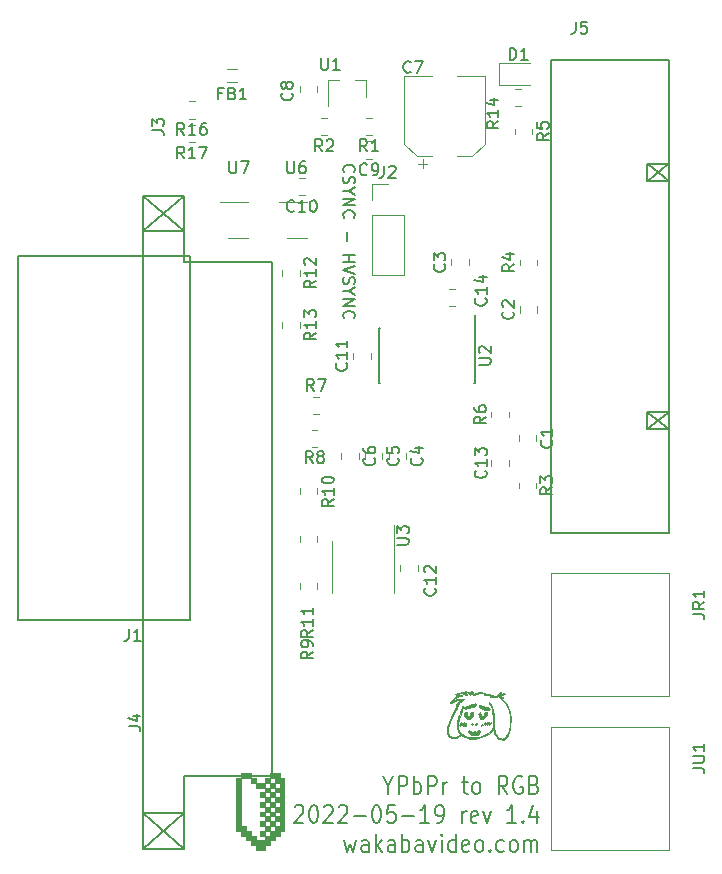
<source format=gbr>
G04 #@! TF.GenerationSoftware,KiCad,Pcbnew,(5.1.12)-1*
G04 #@! TF.CreationDate,2022-05-19T17:30:52+12:00*
G04 #@! TF.ProjectId,comprgb,636f6d70-7267-4622-9e6b-696361645f70,rev?*
G04 #@! TF.SameCoordinates,Original*
G04 #@! TF.FileFunction,Legend,Top*
G04 #@! TF.FilePolarity,Positive*
%FSLAX46Y46*%
G04 Gerber Fmt 4.6, Leading zero omitted, Abs format (unit mm)*
G04 Created by KiCad (PCBNEW (5.1.12)-1) date 2022-05-19 17:30:52*
%MOMM*%
%LPD*%
G01*
G04 APERTURE LIST*
%ADD10C,0.150000*%
%ADD11C,0.200000*%
%ADD12C,0.120000*%
%ADD13C,0.010000*%
G04 APERTURE END LIST*
D10*
X42492857Y-51469047D02*
X42445238Y-51421428D01*
X42397619Y-51278571D01*
X42397619Y-51183333D01*
X42445238Y-51040476D01*
X42540476Y-50945238D01*
X42635714Y-50897619D01*
X42826190Y-50850000D01*
X42969047Y-50850000D01*
X43159523Y-50897619D01*
X43254761Y-50945238D01*
X43350000Y-51040476D01*
X43397619Y-51183333D01*
X43397619Y-51278571D01*
X43350000Y-51421428D01*
X43302380Y-51469047D01*
X42445238Y-51850000D02*
X42397619Y-51992857D01*
X42397619Y-52230952D01*
X42445238Y-52326190D01*
X42492857Y-52373809D01*
X42588095Y-52421428D01*
X42683333Y-52421428D01*
X42778571Y-52373809D01*
X42826190Y-52326190D01*
X42873809Y-52230952D01*
X42921428Y-52040476D01*
X42969047Y-51945238D01*
X43016666Y-51897619D01*
X43111904Y-51850000D01*
X43207142Y-51850000D01*
X43302380Y-51897619D01*
X43350000Y-51945238D01*
X43397619Y-52040476D01*
X43397619Y-52278571D01*
X43350000Y-52421428D01*
X42873809Y-53040476D02*
X42397619Y-53040476D01*
X43397619Y-52707142D02*
X42873809Y-53040476D01*
X43397619Y-53373809D01*
X42397619Y-53707142D02*
X43397619Y-53707142D01*
X42397619Y-54278571D01*
X43397619Y-54278571D01*
X42492857Y-55326190D02*
X42445238Y-55278571D01*
X42397619Y-55135714D01*
X42397619Y-55040476D01*
X42445238Y-54897619D01*
X42540476Y-54802380D01*
X42635714Y-54754761D01*
X42826190Y-54707142D01*
X42969047Y-54707142D01*
X43159523Y-54754761D01*
X43254761Y-54802380D01*
X43350000Y-54897619D01*
X43397619Y-55040476D01*
X43397619Y-55135714D01*
X43350000Y-55278571D01*
X43302380Y-55326190D01*
X42778571Y-56516666D02*
X42778571Y-57278571D01*
X42397619Y-58516666D02*
X43397619Y-58516666D01*
X42921428Y-58516666D02*
X42921428Y-59088095D01*
X42397619Y-59088095D02*
X43397619Y-59088095D01*
X43397619Y-59421428D02*
X42397619Y-59754761D01*
X43397619Y-60088095D01*
X42445238Y-60373809D02*
X42397619Y-60516666D01*
X42397619Y-60754761D01*
X42445238Y-60849999D01*
X42492857Y-60897619D01*
X42588095Y-60945238D01*
X42683333Y-60945238D01*
X42778571Y-60897619D01*
X42826190Y-60849999D01*
X42873809Y-60754761D01*
X42921428Y-60564285D01*
X42969047Y-60469047D01*
X43016666Y-60421428D01*
X43111904Y-60373809D01*
X43207142Y-60373809D01*
X43302380Y-60421428D01*
X43350000Y-60469047D01*
X43397619Y-60564285D01*
X43397619Y-60802380D01*
X43350000Y-60945238D01*
X42873809Y-61564285D02*
X42397619Y-61564285D01*
X43397619Y-61230952D02*
X42873809Y-61564285D01*
X43397619Y-61897619D01*
X42397619Y-62230952D02*
X43397619Y-62230952D01*
X42397619Y-62802380D01*
X43397619Y-62802380D01*
X42492857Y-63849999D02*
X42445238Y-63802380D01*
X42397619Y-63659523D01*
X42397619Y-63564285D01*
X42445238Y-63421428D01*
X42540476Y-63326190D01*
X42635714Y-63278571D01*
X42826190Y-63230952D01*
X42969047Y-63230952D01*
X43159523Y-63278571D01*
X43254761Y-63326190D01*
X43350000Y-63421428D01*
X43397619Y-63564285D01*
X43397619Y-63659523D01*
X43350000Y-63802380D01*
X43302380Y-63849999D01*
D11*
X46231904Y-103414285D02*
X46231904Y-104128571D01*
X45798571Y-102628571D02*
X46231904Y-103414285D01*
X46665238Y-102628571D01*
X47098571Y-104128571D02*
X47098571Y-102628571D01*
X47593809Y-102628571D01*
X47717619Y-102700000D01*
X47779523Y-102771428D01*
X47841428Y-102914285D01*
X47841428Y-103128571D01*
X47779523Y-103271428D01*
X47717619Y-103342857D01*
X47593809Y-103414285D01*
X47098571Y-103414285D01*
X48398571Y-104128571D02*
X48398571Y-102628571D01*
X48398571Y-103200000D02*
X48522380Y-103128571D01*
X48770000Y-103128571D01*
X48893809Y-103200000D01*
X48955714Y-103271428D01*
X49017619Y-103414285D01*
X49017619Y-103842857D01*
X48955714Y-103985714D01*
X48893809Y-104057142D01*
X48770000Y-104128571D01*
X48522380Y-104128571D01*
X48398571Y-104057142D01*
X49574761Y-104128571D02*
X49574761Y-102628571D01*
X50070000Y-102628571D01*
X50193809Y-102700000D01*
X50255714Y-102771428D01*
X50317619Y-102914285D01*
X50317619Y-103128571D01*
X50255714Y-103271428D01*
X50193809Y-103342857D01*
X50070000Y-103414285D01*
X49574761Y-103414285D01*
X50874761Y-104128571D02*
X50874761Y-103128571D01*
X50874761Y-103414285D02*
X50936666Y-103271428D01*
X50998571Y-103200000D01*
X51122380Y-103128571D01*
X51246190Y-103128571D01*
X52484285Y-103128571D02*
X52979523Y-103128571D01*
X52670000Y-102628571D02*
X52670000Y-103914285D01*
X52731904Y-104057142D01*
X52855714Y-104128571D01*
X52979523Y-104128571D01*
X53598571Y-104128571D02*
X53474761Y-104057142D01*
X53412857Y-103985714D01*
X53350952Y-103842857D01*
X53350952Y-103414285D01*
X53412857Y-103271428D01*
X53474761Y-103200000D01*
X53598571Y-103128571D01*
X53784285Y-103128571D01*
X53908095Y-103200000D01*
X53970000Y-103271428D01*
X54031904Y-103414285D01*
X54031904Y-103842857D01*
X53970000Y-103985714D01*
X53908095Y-104057142D01*
X53784285Y-104128571D01*
X53598571Y-104128571D01*
X56322380Y-104128571D02*
X55889047Y-103414285D01*
X55579523Y-104128571D02*
X55579523Y-102628571D01*
X56074761Y-102628571D01*
X56198571Y-102700000D01*
X56260476Y-102771428D01*
X56322380Y-102914285D01*
X56322380Y-103128571D01*
X56260476Y-103271428D01*
X56198571Y-103342857D01*
X56074761Y-103414285D01*
X55579523Y-103414285D01*
X57560476Y-102700000D02*
X57436666Y-102628571D01*
X57250952Y-102628571D01*
X57065238Y-102700000D01*
X56941428Y-102842857D01*
X56879523Y-102985714D01*
X56817619Y-103271428D01*
X56817619Y-103485714D01*
X56879523Y-103771428D01*
X56941428Y-103914285D01*
X57065238Y-104057142D01*
X57250952Y-104128571D01*
X57374761Y-104128571D01*
X57560476Y-104057142D01*
X57622380Y-103985714D01*
X57622380Y-103485714D01*
X57374761Y-103485714D01*
X58612857Y-103342857D02*
X58798571Y-103414285D01*
X58860476Y-103485714D01*
X58922380Y-103628571D01*
X58922380Y-103842857D01*
X58860476Y-103985714D01*
X58798571Y-104057142D01*
X58674761Y-104128571D01*
X58179523Y-104128571D01*
X58179523Y-102628571D01*
X58612857Y-102628571D01*
X58736666Y-102700000D01*
X58798571Y-102771428D01*
X58860476Y-102914285D01*
X58860476Y-103057142D01*
X58798571Y-103200000D01*
X58736666Y-103271428D01*
X58612857Y-103342857D01*
X58179523Y-103342857D01*
X38308095Y-105221428D02*
X38370000Y-105150000D01*
X38493809Y-105078571D01*
X38803333Y-105078571D01*
X38927142Y-105150000D01*
X38989047Y-105221428D01*
X39050952Y-105364285D01*
X39050952Y-105507142D01*
X38989047Y-105721428D01*
X38246190Y-106578571D01*
X39050952Y-106578571D01*
X39855714Y-105078571D02*
X39979523Y-105078571D01*
X40103333Y-105150000D01*
X40165238Y-105221428D01*
X40227142Y-105364285D01*
X40289047Y-105650000D01*
X40289047Y-106007142D01*
X40227142Y-106292857D01*
X40165238Y-106435714D01*
X40103333Y-106507142D01*
X39979523Y-106578571D01*
X39855714Y-106578571D01*
X39731904Y-106507142D01*
X39670000Y-106435714D01*
X39608095Y-106292857D01*
X39546190Y-106007142D01*
X39546190Y-105650000D01*
X39608095Y-105364285D01*
X39670000Y-105221428D01*
X39731904Y-105150000D01*
X39855714Y-105078571D01*
X40784285Y-105221428D02*
X40846190Y-105150000D01*
X40970000Y-105078571D01*
X41279523Y-105078571D01*
X41403333Y-105150000D01*
X41465238Y-105221428D01*
X41527142Y-105364285D01*
X41527142Y-105507142D01*
X41465238Y-105721428D01*
X40722380Y-106578571D01*
X41527142Y-106578571D01*
X42022380Y-105221428D02*
X42084285Y-105150000D01*
X42208095Y-105078571D01*
X42517619Y-105078571D01*
X42641428Y-105150000D01*
X42703333Y-105221428D01*
X42765238Y-105364285D01*
X42765238Y-105507142D01*
X42703333Y-105721428D01*
X41960476Y-106578571D01*
X42765238Y-106578571D01*
X43322380Y-106007142D02*
X44312857Y-106007142D01*
X45179523Y-105078571D02*
X45303333Y-105078571D01*
X45427142Y-105150000D01*
X45489047Y-105221428D01*
X45550952Y-105364285D01*
X45612857Y-105650000D01*
X45612857Y-106007142D01*
X45550952Y-106292857D01*
X45489047Y-106435714D01*
X45427142Y-106507142D01*
X45303333Y-106578571D01*
X45179523Y-106578571D01*
X45055714Y-106507142D01*
X44993809Y-106435714D01*
X44931904Y-106292857D01*
X44870000Y-106007142D01*
X44870000Y-105650000D01*
X44931904Y-105364285D01*
X44993809Y-105221428D01*
X45055714Y-105150000D01*
X45179523Y-105078571D01*
X46789047Y-105078571D02*
X46170000Y-105078571D01*
X46108095Y-105792857D01*
X46170000Y-105721428D01*
X46293809Y-105650000D01*
X46603333Y-105650000D01*
X46727142Y-105721428D01*
X46789047Y-105792857D01*
X46850952Y-105935714D01*
X46850952Y-106292857D01*
X46789047Y-106435714D01*
X46727142Y-106507142D01*
X46603333Y-106578571D01*
X46293809Y-106578571D01*
X46170000Y-106507142D01*
X46108095Y-106435714D01*
X47408095Y-106007142D02*
X48398571Y-106007142D01*
X49698571Y-106578571D02*
X48955714Y-106578571D01*
X49327142Y-106578571D02*
X49327142Y-105078571D01*
X49203333Y-105292857D01*
X49079523Y-105435714D01*
X48955714Y-105507142D01*
X50317619Y-106578571D02*
X50565238Y-106578571D01*
X50689047Y-106507142D01*
X50750952Y-106435714D01*
X50874761Y-106221428D01*
X50936666Y-105935714D01*
X50936666Y-105364285D01*
X50874761Y-105221428D01*
X50812857Y-105150000D01*
X50689047Y-105078571D01*
X50441428Y-105078571D01*
X50317619Y-105150000D01*
X50255714Y-105221428D01*
X50193809Y-105364285D01*
X50193809Y-105721428D01*
X50255714Y-105864285D01*
X50317619Y-105935714D01*
X50441428Y-106007142D01*
X50689047Y-106007142D01*
X50812857Y-105935714D01*
X50874761Y-105864285D01*
X50936666Y-105721428D01*
X52484285Y-106578571D02*
X52484285Y-105578571D01*
X52484285Y-105864285D02*
X52546190Y-105721428D01*
X52608095Y-105650000D01*
X52731904Y-105578571D01*
X52855714Y-105578571D01*
X53784285Y-106507142D02*
X53660476Y-106578571D01*
X53412857Y-106578571D01*
X53289047Y-106507142D01*
X53227142Y-106364285D01*
X53227142Y-105792857D01*
X53289047Y-105650000D01*
X53412857Y-105578571D01*
X53660476Y-105578571D01*
X53784285Y-105650000D01*
X53846190Y-105792857D01*
X53846190Y-105935714D01*
X53227142Y-106078571D01*
X54279523Y-105578571D02*
X54589047Y-106578571D01*
X54898571Y-105578571D01*
X57065238Y-106578571D02*
X56322380Y-106578571D01*
X56693809Y-106578571D02*
X56693809Y-105078571D01*
X56570000Y-105292857D01*
X56446190Y-105435714D01*
X56322380Y-105507142D01*
X57622380Y-106435714D02*
X57684285Y-106507142D01*
X57622380Y-106578571D01*
X57560476Y-106507142D01*
X57622380Y-106435714D01*
X57622380Y-106578571D01*
X58798571Y-105578571D02*
X58798571Y-106578571D01*
X58489047Y-105007142D02*
X58179523Y-106078571D01*
X58984285Y-106078571D01*
X42517619Y-108028571D02*
X42765238Y-109028571D01*
X43012857Y-108314285D01*
X43260476Y-109028571D01*
X43508095Y-108028571D01*
X44560476Y-109028571D02*
X44560476Y-108242857D01*
X44498571Y-108100000D01*
X44374761Y-108028571D01*
X44127142Y-108028571D01*
X44003333Y-108100000D01*
X44560476Y-108957142D02*
X44436666Y-109028571D01*
X44127142Y-109028571D01*
X44003333Y-108957142D01*
X43941428Y-108814285D01*
X43941428Y-108671428D01*
X44003333Y-108528571D01*
X44127142Y-108457142D01*
X44436666Y-108457142D01*
X44560476Y-108385714D01*
X45179523Y-109028571D02*
X45179523Y-107528571D01*
X45303333Y-108457142D02*
X45674761Y-109028571D01*
X45674761Y-108028571D02*
X45179523Y-108600000D01*
X46789047Y-109028571D02*
X46789047Y-108242857D01*
X46727142Y-108100000D01*
X46603333Y-108028571D01*
X46355714Y-108028571D01*
X46231904Y-108100000D01*
X46789047Y-108957142D02*
X46665238Y-109028571D01*
X46355714Y-109028571D01*
X46231904Y-108957142D01*
X46170000Y-108814285D01*
X46170000Y-108671428D01*
X46231904Y-108528571D01*
X46355714Y-108457142D01*
X46665238Y-108457142D01*
X46789047Y-108385714D01*
X47408095Y-109028571D02*
X47408095Y-107528571D01*
X47408095Y-108100000D02*
X47531904Y-108028571D01*
X47779523Y-108028571D01*
X47903333Y-108100000D01*
X47965238Y-108171428D01*
X48027142Y-108314285D01*
X48027142Y-108742857D01*
X47965238Y-108885714D01*
X47903333Y-108957142D01*
X47779523Y-109028571D01*
X47531904Y-109028571D01*
X47408095Y-108957142D01*
X49141428Y-109028571D02*
X49141428Y-108242857D01*
X49079523Y-108100000D01*
X48955714Y-108028571D01*
X48708095Y-108028571D01*
X48584285Y-108100000D01*
X49141428Y-108957142D02*
X49017619Y-109028571D01*
X48708095Y-109028571D01*
X48584285Y-108957142D01*
X48522380Y-108814285D01*
X48522380Y-108671428D01*
X48584285Y-108528571D01*
X48708095Y-108457142D01*
X49017619Y-108457142D01*
X49141428Y-108385714D01*
X49636666Y-108028571D02*
X49946190Y-109028571D01*
X50255714Y-108028571D01*
X50750952Y-109028571D02*
X50750952Y-108028571D01*
X50750952Y-107528571D02*
X50689047Y-107600000D01*
X50750952Y-107671428D01*
X50812857Y-107600000D01*
X50750952Y-107528571D01*
X50750952Y-107671428D01*
X51927142Y-109028571D02*
X51927142Y-107528571D01*
X51927142Y-108957142D02*
X51803333Y-109028571D01*
X51555714Y-109028571D01*
X51431904Y-108957142D01*
X51370000Y-108885714D01*
X51308095Y-108742857D01*
X51308095Y-108314285D01*
X51370000Y-108171428D01*
X51431904Y-108100000D01*
X51555714Y-108028571D01*
X51803333Y-108028571D01*
X51927142Y-108100000D01*
X53041428Y-108957142D02*
X52917619Y-109028571D01*
X52670000Y-109028571D01*
X52546190Y-108957142D01*
X52484285Y-108814285D01*
X52484285Y-108242857D01*
X52546190Y-108100000D01*
X52670000Y-108028571D01*
X52917619Y-108028571D01*
X53041428Y-108100000D01*
X53103333Y-108242857D01*
X53103333Y-108385714D01*
X52484285Y-108528571D01*
X53846190Y-109028571D02*
X53722380Y-108957142D01*
X53660476Y-108885714D01*
X53598571Y-108742857D01*
X53598571Y-108314285D01*
X53660476Y-108171428D01*
X53722380Y-108100000D01*
X53846190Y-108028571D01*
X54031904Y-108028571D01*
X54155714Y-108100000D01*
X54217619Y-108171428D01*
X54279523Y-108314285D01*
X54279523Y-108742857D01*
X54217619Y-108885714D01*
X54155714Y-108957142D01*
X54031904Y-109028571D01*
X53846190Y-109028571D01*
X54836666Y-108885714D02*
X54898571Y-108957142D01*
X54836666Y-109028571D01*
X54774761Y-108957142D01*
X54836666Y-108885714D01*
X54836666Y-109028571D01*
X56012857Y-108957142D02*
X55889047Y-109028571D01*
X55641428Y-109028571D01*
X55517619Y-108957142D01*
X55455714Y-108885714D01*
X55393809Y-108742857D01*
X55393809Y-108314285D01*
X55455714Y-108171428D01*
X55517619Y-108100000D01*
X55641428Y-108028571D01*
X55889047Y-108028571D01*
X56012857Y-108100000D01*
X56755714Y-109028571D02*
X56631904Y-108957142D01*
X56570000Y-108885714D01*
X56508095Y-108742857D01*
X56508095Y-108314285D01*
X56570000Y-108171428D01*
X56631904Y-108100000D01*
X56755714Y-108028571D01*
X56941428Y-108028571D01*
X57065238Y-108100000D01*
X57127142Y-108171428D01*
X57189047Y-108314285D01*
X57189047Y-108742857D01*
X57127142Y-108885714D01*
X57065238Y-108957142D01*
X56941428Y-109028571D01*
X56755714Y-109028571D01*
X57746190Y-109028571D02*
X57746190Y-108028571D01*
X57746190Y-108171428D02*
X57808095Y-108100000D01*
X57931904Y-108028571D01*
X58117619Y-108028571D01*
X58241428Y-108100000D01*
X58303333Y-108242857D01*
X58303333Y-109028571D01*
X58303333Y-108242857D02*
X58365238Y-108100000D01*
X58489047Y-108028571D01*
X58674761Y-108028571D01*
X58798571Y-108100000D01*
X58860476Y-108242857D01*
X58860476Y-109028571D01*
D12*
X41490000Y-84900000D02*
X41490000Y-87100000D01*
X41490000Y-84900000D02*
X41490000Y-82700000D01*
X46710000Y-84900000D02*
X46710000Y-87100000D01*
X46710000Y-84900000D02*
X46710000Y-81300000D01*
X56982936Y-44420000D02*
X57437064Y-44420000D01*
X56982936Y-45890000D02*
X57437064Y-45890000D01*
D13*
G36*
X53613631Y-96469670D02*
G01*
X53617271Y-96473004D01*
X53642887Y-96539416D01*
X53619772Y-96593915D01*
X53552409Y-96650711D01*
X53429168Y-96713017D01*
X53271199Y-96774381D01*
X53099651Y-96828354D01*
X52935672Y-96868484D01*
X52800412Y-96888322D01*
X52715021Y-96881418D01*
X52702719Y-96873607D01*
X52676146Y-96808871D01*
X52672333Y-96769332D01*
X52699053Y-96714742D01*
X52789026Y-96678529D01*
X52852250Y-96666276D01*
X52989341Y-96634414D01*
X53162044Y-96581406D01*
X53300722Y-96531061D01*
X53459570Y-96474183D01*
X53558866Y-96454637D01*
X53613631Y-96469670D01*
G37*
X53613631Y-96469670D02*
X53617271Y-96473004D01*
X53642887Y-96539416D01*
X53619772Y-96593915D01*
X53552409Y-96650711D01*
X53429168Y-96713017D01*
X53271199Y-96774381D01*
X53099651Y-96828354D01*
X52935672Y-96868484D01*
X52800412Y-96888322D01*
X52715021Y-96881418D01*
X52702719Y-96873607D01*
X52676146Y-96808871D01*
X52672333Y-96769332D01*
X52699053Y-96714742D01*
X52789026Y-96678529D01*
X52852250Y-96666276D01*
X52989341Y-96634414D01*
X53162044Y-96581406D01*
X53300722Y-96531061D01*
X53459570Y-96474183D01*
X53558866Y-96454637D01*
X53613631Y-96469670D01*
G36*
X54050421Y-96577314D02*
G01*
X54196091Y-96650058D01*
X54221527Y-96666833D01*
X54403783Y-96752607D01*
X54537445Y-96772666D01*
X54702759Y-96784203D01*
X54796950Y-96822029D01*
X54830795Y-96890967D01*
X54831333Y-96904195D01*
X54821140Y-96948365D01*
X54778057Y-96972647D01*
X54683329Y-96982709D01*
X54566185Y-96984333D01*
X54402885Y-96977830D01*
X54281342Y-96949709D01*
X54159270Y-96887045D01*
X54080750Y-96835983D01*
X53944608Y-96732338D01*
X53885353Y-96655904D01*
X53884761Y-96624317D01*
X53944325Y-96568441D01*
X54050421Y-96577314D01*
G37*
X54050421Y-96577314D02*
X54196091Y-96650058D01*
X54221527Y-96666833D01*
X54403783Y-96752607D01*
X54537445Y-96772666D01*
X54702759Y-96784203D01*
X54796950Y-96822029D01*
X54830795Y-96890967D01*
X54831333Y-96904195D01*
X54821140Y-96948365D01*
X54778057Y-96972647D01*
X54683329Y-96982709D01*
X54566185Y-96984333D01*
X54402885Y-96977830D01*
X54281342Y-96949709D01*
X54159270Y-96887045D01*
X54080750Y-96835983D01*
X53944608Y-96732338D01*
X53885353Y-96655904D01*
X53884761Y-96624317D01*
X53944325Y-96568441D01*
X54050421Y-96577314D01*
G36*
X54551615Y-97170933D02*
G01*
X54574513Y-97237235D01*
X54577333Y-97306813D01*
X54562277Y-97418657D01*
X54506534Y-97520456D01*
X54412980Y-97624313D01*
X54259202Y-97746461D01*
X54123916Y-97786361D01*
X54006219Y-97744183D01*
X53966473Y-97707285D01*
X53910535Y-97605968D01*
X53876137Y-97469852D01*
X53869052Y-97335933D01*
X53893990Y-97242747D01*
X53956349Y-97201026D01*
X54020596Y-97225677D01*
X54063635Y-97302176D01*
X54069981Y-97353421D01*
X54081823Y-97459781D01*
X54103827Y-97523431D01*
X54157469Y-97548041D01*
X54230098Y-97510906D01*
X54304333Y-97426743D01*
X54362796Y-97310264D01*
X54365710Y-97301702D01*
X54423752Y-97188468D01*
X54495950Y-97153666D01*
X54551615Y-97170933D01*
G37*
X54551615Y-97170933D02*
X54574513Y-97237235D01*
X54577333Y-97306813D01*
X54562277Y-97418657D01*
X54506534Y-97520456D01*
X54412980Y-97624313D01*
X54259202Y-97746461D01*
X54123916Y-97786361D01*
X54006219Y-97744183D01*
X53966473Y-97707285D01*
X53910535Y-97605968D01*
X53876137Y-97469852D01*
X53869052Y-97335933D01*
X53893990Y-97242747D01*
X53956349Y-97201026D01*
X54020596Y-97225677D01*
X54063635Y-97302176D01*
X54069981Y-97353421D01*
X54081823Y-97459781D01*
X54103827Y-97523431D01*
X54157469Y-97548041D01*
X54230098Y-97510906D01*
X54304333Y-97426743D01*
X54362796Y-97310264D01*
X54365710Y-97301702D01*
X54423752Y-97188468D01*
X54495950Y-97153666D01*
X54551615Y-97170933D01*
G36*
X53373928Y-97139545D02*
G01*
X53430829Y-97200387D01*
X53434669Y-97306557D01*
X53389952Y-97441298D01*
X53301184Y-97587851D01*
X53230740Y-97672250D01*
X53103155Y-97767300D01*
X52972323Y-97778219D01*
X52832022Y-97705487D01*
X52829273Y-97703338D01*
X52725730Y-97585506D01*
X52663406Y-97442069D01*
X52652368Y-97303055D01*
X52672981Y-97237122D01*
X52735732Y-97173002D01*
X52784875Y-97171549D01*
X52850812Y-97193203D01*
X52866296Y-97196000D01*
X52878853Y-97232796D01*
X52884000Y-97319976D01*
X52905519Y-97435355D01*
X52958743Y-97519215D01*
X53026674Y-97552387D01*
X53074430Y-97534724D01*
X53127068Y-97465598D01*
X53180287Y-97359771D01*
X53182874Y-97353346D01*
X53247009Y-97213218D01*
X53303755Y-97144561D01*
X53363263Y-97136013D01*
X53373928Y-97139545D01*
G37*
X53373928Y-97139545D02*
X53430829Y-97200387D01*
X53434669Y-97306557D01*
X53389952Y-97441298D01*
X53301184Y-97587851D01*
X53230740Y-97672250D01*
X53103155Y-97767300D01*
X52972323Y-97778219D01*
X52832022Y-97705487D01*
X52829273Y-97703338D01*
X52725730Y-97585506D01*
X52663406Y-97442069D01*
X52652368Y-97303055D01*
X52672981Y-97237122D01*
X52735732Y-97173002D01*
X52784875Y-97171549D01*
X52850812Y-97193203D01*
X52866296Y-97196000D01*
X52878853Y-97232796D01*
X52884000Y-97319976D01*
X52905519Y-97435355D01*
X52958743Y-97519215D01*
X53026674Y-97552387D01*
X53074430Y-97534724D01*
X53127068Y-97465598D01*
X53180287Y-97359771D01*
X53182874Y-97353346D01*
X53247009Y-97213218D01*
X53303755Y-97144561D01*
X53363263Y-97136013D01*
X53373928Y-97139545D01*
G36*
X53720834Y-98143055D02*
G01*
X53721451Y-98176207D01*
X53668020Y-98232406D01*
X53627033Y-98247792D01*
X53571166Y-98238610D01*
X53570549Y-98205459D01*
X53623980Y-98149259D01*
X53664967Y-98133873D01*
X53720834Y-98143055D01*
G37*
X53720834Y-98143055D02*
X53721451Y-98176207D01*
X53668020Y-98232406D01*
X53627033Y-98247792D01*
X53571166Y-98238610D01*
X53570549Y-98205459D01*
X53623980Y-98149259D01*
X53664967Y-98133873D01*
X53720834Y-98143055D01*
G36*
X53349082Y-98161022D02*
G01*
X53364975Y-98190833D01*
X53358471Y-98245447D01*
X53327171Y-98254333D01*
X53272206Y-98220417D01*
X53265000Y-98190833D01*
X53285453Y-98134462D01*
X53302804Y-98127333D01*
X53349082Y-98161022D01*
G37*
X53349082Y-98161022D02*
X53364975Y-98190833D01*
X53358471Y-98245447D01*
X53327171Y-98254333D01*
X53272206Y-98220417D01*
X53265000Y-98190833D01*
X53285453Y-98134462D01*
X53302804Y-98127333D01*
X53349082Y-98161022D01*
G36*
X54908084Y-98041786D02*
G01*
X54895984Y-98102981D01*
X54848873Y-98188976D01*
X54789429Y-98265087D01*
X54741409Y-98296666D01*
X54738357Y-98265893D01*
X54775492Y-98188526D01*
X54799194Y-98150201D01*
X54860326Y-98068783D01*
X54901152Y-98036955D01*
X54908084Y-98041786D01*
G37*
X54908084Y-98041786D02*
X54895984Y-98102981D01*
X54848873Y-98188976D01*
X54789429Y-98265087D01*
X54741409Y-98296666D01*
X54738357Y-98265893D01*
X54775492Y-98188526D01*
X54799194Y-98150201D01*
X54860326Y-98068783D01*
X54901152Y-98036955D01*
X54908084Y-98041786D01*
G36*
X54788713Y-98027558D02*
G01*
X54789000Y-98033583D01*
X54762779Y-98091019D01*
X54700962Y-98173216D01*
X54628814Y-98250823D01*
X54571603Y-98294491D01*
X54562519Y-98296666D01*
X54562228Y-98267002D01*
X54603260Y-98193463D01*
X54618755Y-98170946D01*
X54703979Y-98063600D01*
X54763564Y-98013438D01*
X54788713Y-98027558D01*
G37*
X54788713Y-98027558D02*
X54789000Y-98033583D01*
X54762779Y-98091019D01*
X54700962Y-98173216D01*
X54628814Y-98250823D01*
X54571603Y-98294491D01*
X54562519Y-98296666D01*
X54562228Y-98267002D01*
X54603260Y-98193463D01*
X54618755Y-98170946D01*
X54703979Y-98063600D01*
X54763564Y-98013438D01*
X54788713Y-98027558D01*
G36*
X54575925Y-98057156D02*
G01*
X54553015Y-98112286D01*
X54495661Y-98196618D01*
X54492667Y-98200448D01*
X54436118Y-98261181D01*
X54408531Y-98268909D01*
X54408000Y-98264732D01*
X54427836Y-98213431D01*
X54474119Y-98144163D01*
X54527006Y-98081453D01*
X54566659Y-98049826D01*
X54575925Y-98057156D01*
G37*
X54575925Y-98057156D02*
X54553015Y-98112286D01*
X54495661Y-98196618D01*
X54492667Y-98200448D01*
X54436118Y-98261181D01*
X54408531Y-98268909D01*
X54408000Y-98264732D01*
X54427836Y-98213431D01*
X54474119Y-98144163D01*
X54527006Y-98081453D01*
X54566659Y-98049826D01*
X54575925Y-98057156D01*
G36*
X54439089Y-98053597D02*
G01*
X54386863Y-98135101D01*
X54342345Y-98190833D01*
X54234778Y-98317833D01*
X54299921Y-98182934D01*
X54355200Y-98084835D01*
X54403587Y-98024611D01*
X54407699Y-98021686D01*
X54447716Y-98011438D01*
X54439089Y-98053597D01*
G37*
X54439089Y-98053597D02*
X54386863Y-98135101D01*
X54342345Y-98190833D01*
X54234778Y-98317833D01*
X54299921Y-98182934D01*
X54355200Y-98084835D01*
X54403587Y-98024611D01*
X54407699Y-98021686D01*
X54447716Y-98011438D01*
X54439089Y-98053597D01*
G36*
X54183687Y-98233571D02*
G01*
X54152766Y-98301742D01*
X54108791Y-98338783D01*
X54105648Y-98339000D01*
X54092342Y-98308324D01*
X54113607Y-98250707D01*
X54156316Y-98190000D01*
X54179593Y-98181148D01*
X54183687Y-98233571D01*
G37*
X54183687Y-98233571D02*
X54152766Y-98301742D01*
X54108791Y-98338783D01*
X54105648Y-98339000D01*
X54092342Y-98308324D01*
X54113607Y-98250707D01*
X54156316Y-98190000D01*
X54179593Y-98181148D01*
X54183687Y-98233571D01*
G36*
X52540460Y-98114131D02*
G01*
X52519238Y-98180927D01*
X52481833Y-98254333D01*
X52437740Y-98314818D01*
X52420004Y-98298283D01*
X52419833Y-98294174D01*
X52442919Y-98209854D01*
X52480487Y-98146007D01*
X52527487Y-98098003D01*
X52540460Y-98114131D01*
G37*
X52540460Y-98114131D02*
X52519238Y-98180927D01*
X52481833Y-98254333D01*
X52437740Y-98314818D01*
X52420004Y-98298283D01*
X52419833Y-98294174D01*
X52442919Y-98209854D01*
X52480487Y-98146007D01*
X52527487Y-98098003D01*
X52540460Y-98114131D01*
G36*
X52406103Y-98109411D02*
G01*
X52374920Y-98195707D01*
X52325907Y-98278724D01*
X52276338Y-98323564D01*
X52268485Y-98324888D01*
X52213148Y-98308461D01*
X52206667Y-98295320D01*
X52229277Y-98244961D01*
X52282315Y-98170110D01*
X52343593Y-98098068D01*
X52390922Y-98056138D01*
X52402184Y-98054739D01*
X52406103Y-98109411D01*
G37*
X52406103Y-98109411D02*
X52374920Y-98195707D01*
X52325907Y-98278724D01*
X52276338Y-98323564D01*
X52268485Y-98324888D01*
X52213148Y-98308461D01*
X52206667Y-98295320D01*
X52229277Y-98244961D01*
X52282315Y-98170110D01*
X52343593Y-98098068D01*
X52390922Y-98056138D01*
X52402184Y-98054739D01*
X52406103Y-98109411D01*
G36*
X52784718Y-98098606D02*
G01*
X52784194Y-98147748D01*
X52760430Y-98205591D01*
X52720701Y-98294071D01*
X52721510Y-98326408D01*
X52760630Y-98293434D01*
X52776820Y-98273007D01*
X52827215Y-98219526D01*
X52838765Y-98239955D01*
X52815971Y-98314370D01*
X52781545Y-98369456D01*
X52722016Y-98367772D01*
X52683545Y-98353506D01*
X52656282Y-98319460D01*
X52677485Y-98245087D01*
X52697250Y-98204747D01*
X52746663Y-98125281D01*
X52781719Y-98096961D01*
X52784718Y-98098606D01*
G37*
X52784718Y-98098606D02*
X52784194Y-98147748D01*
X52760430Y-98205591D01*
X52720701Y-98294071D01*
X52721510Y-98326408D01*
X52760630Y-98293434D01*
X52776820Y-98273007D01*
X52827215Y-98219526D01*
X52838765Y-98239955D01*
X52815971Y-98314370D01*
X52781545Y-98369456D01*
X52722016Y-98367772D01*
X52683545Y-98353506D01*
X52656282Y-98319460D01*
X52677485Y-98245087D01*
X52697250Y-98204747D01*
X52746663Y-98125281D01*
X52781719Y-98096961D01*
X52784718Y-98098606D01*
G36*
X52678396Y-98076888D02*
G01*
X52656078Y-98163281D01*
X52637439Y-98211569D01*
X52587379Y-98314748D01*
X52545261Y-98374757D01*
X52534182Y-98380902D01*
X52528166Y-98347084D01*
X52552489Y-98262101D01*
X52565932Y-98227996D01*
X52606718Y-98126697D01*
X52628743Y-98064824D01*
X52630000Y-98058663D01*
X52662403Y-98042908D01*
X52669189Y-98042666D01*
X52678396Y-98076888D01*
G37*
X52678396Y-98076888D02*
X52656078Y-98163281D01*
X52637439Y-98211569D01*
X52587379Y-98314748D01*
X52545261Y-98374757D01*
X52534182Y-98380902D01*
X52528166Y-98347084D01*
X52552489Y-98262101D01*
X52565932Y-98227996D01*
X52606718Y-98126697D01*
X52628743Y-98064824D01*
X52630000Y-98058663D01*
X52662403Y-98042908D01*
X52669189Y-98042666D01*
X52678396Y-98076888D01*
G36*
X54010191Y-98780053D02*
G01*
X54012762Y-98786290D01*
X53999781Y-98862469D01*
X53923236Y-98970087D01*
X53897295Y-98997956D01*
X53775207Y-99103790D01*
X53673968Y-99139613D01*
X53576222Y-99110971D01*
X53564966Y-99104141D01*
X53482752Y-99083643D01*
X53372124Y-99087824D01*
X53261494Y-99080480D01*
X53152067Y-99033673D01*
X53058072Y-98962084D01*
X52993738Y-98880395D01*
X52973294Y-98803285D01*
X53010969Y-98745436D01*
X53030922Y-98735786D01*
X53103977Y-98743609D01*
X53198248Y-98794742D01*
X53206789Y-98801263D01*
X53289156Y-98857920D01*
X53343126Y-98861440D01*
X53391283Y-98826481D01*
X53494915Y-98767464D01*
X53586738Y-98791673D01*
X53630778Y-98836416D01*
X53676299Y-98883087D01*
X53717654Y-98871130D01*
X53769230Y-98815250D01*
X53863834Y-98738443D01*
X53950786Y-98725923D01*
X54010191Y-98780053D01*
G37*
X54010191Y-98780053D02*
X54012762Y-98786290D01*
X53999781Y-98862469D01*
X53923236Y-98970087D01*
X53897295Y-98997956D01*
X53775207Y-99103790D01*
X53673968Y-99139613D01*
X53576222Y-99110971D01*
X53564966Y-99104141D01*
X53482752Y-99083643D01*
X53372124Y-99087824D01*
X53261494Y-99080480D01*
X53152067Y-99033673D01*
X53058072Y-98962084D01*
X52993738Y-98880395D01*
X52973294Y-98803285D01*
X53010969Y-98745436D01*
X53030922Y-98735786D01*
X53103977Y-98743609D01*
X53198248Y-98794742D01*
X53206789Y-98801263D01*
X53289156Y-98857920D01*
X53343126Y-98861440D01*
X53391283Y-98826481D01*
X53494915Y-98767464D01*
X53586738Y-98791673D01*
X53630778Y-98836416D01*
X53676299Y-98883087D01*
X53717654Y-98871130D01*
X53769230Y-98815250D01*
X53863834Y-98738443D01*
X53950786Y-98725923D01*
X54010191Y-98780053D01*
G36*
X53349667Y-95452242D02*
G01*
X53372231Y-95510657D01*
X53404943Y-95562079D01*
X53446774Y-95607419D01*
X53497424Y-95614556D01*
X53586803Y-95584606D01*
X53621780Y-95570170D01*
X53765845Y-95524795D01*
X53924312Y-95508011D01*
X54111765Y-95521176D01*
X54342786Y-95565649D01*
X54631961Y-95642788D01*
X54737613Y-95674127D01*
X54982454Y-95746325D01*
X55162161Y-95791199D01*
X55292256Y-95807182D01*
X55388259Y-95792707D01*
X55465689Y-95746207D01*
X55540067Y-95666116D01*
X55600236Y-95587051D01*
X55686417Y-95487856D01*
X55740406Y-95466922D01*
X55762173Y-95524258D01*
X55762667Y-95542338D01*
X55775514Y-95596209D01*
X55829700Y-95610128D01*
X55905451Y-95601172D01*
X56015879Y-95597617D01*
X56077022Y-95624586D01*
X56077283Y-95625001D01*
X56070112Y-95664068D01*
X56029748Y-95672210D01*
X55948207Y-95698020D01*
X55845460Y-95761372D01*
X55826167Y-95776521D01*
X55699167Y-95880621D01*
X55836750Y-95882144D01*
X55930420Y-95894576D01*
X55973945Y-95922813D01*
X55974333Y-95926000D01*
X55938453Y-95959086D01*
X55879083Y-95968447D01*
X55832348Y-95974684D01*
X55833621Y-96001511D01*
X55889363Y-96061346D01*
X55961642Y-96127197D01*
X56194580Y-96389093D01*
X56383300Y-96716676D01*
X56494106Y-97005500D01*
X56533665Y-97145949D01*
X56560295Y-97283594D01*
X56576239Y-97440362D01*
X56583740Y-97638178D01*
X56585055Y-97894500D01*
X56573026Y-98273434D01*
X56537005Y-98587588D01*
X56472932Y-98854470D01*
X56376747Y-99091588D01*
X56261024Y-99291500D01*
X56177281Y-99411106D01*
X56109211Y-99476104D01*
X56029644Y-99504911D01*
X55931673Y-99514762D01*
X55694330Y-99488798D01*
X55562618Y-99436767D01*
X55399239Y-99323724D01*
X55278170Y-99162799D01*
X55189037Y-98938833D01*
X55167604Y-98859621D01*
X55112705Y-98639409D01*
X54982602Y-98809327D01*
X54838470Y-98947063D01*
X54628787Y-99081038D01*
X54372590Y-99203846D01*
X54088915Y-99308081D01*
X53796801Y-99386336D01*
X53515285Y-99431206D01*
X53364021Y-99439016D01*
X53164111Y-99421340D01*
X52943832Y-99373353D01*
X52734476Y-99304218D01*
X52567336Y-99223098D01*
X52523893Y-99193015D01*
X52412038Y-99105029D01*
X52239500Y-99230014D01*
X52117317Y-99306522D01*
X51999586Y-99344022D01*
X51844825Y-99354896D01*
X51820751Y-99355000D01*
X51627028Y-99338157D01*
X51453530Y-99292842D01*
X51321893Y-99226870D01*
X51254638Y-99150463D01*
X51222358Y-99012009D01*
X51204864Y-98824142D01*
X51204271Y-98745433D01*
X51275333Y-98745433D01*
X51292204Y-98960700D01*
X51349847Y-99108714D01*
X51458803Y-99201306D01*
X51629616Y-99250309D01*
X51735346Y-99261727D01*
X51893129Y-99267734D01*
X52003293Y-99252649D01*
X52101812Y-99208824D01*
X52162134Y-99170980D01*
X52327804Y-99061344D01*
X52208046Y-98933142D01*
X52113731Y-98775980D01*
X52059522Y-98560178D01*
X52044828Y-98301341D01*
X52069059Y-98015076D01*
X52131625Y-97716987D01*
X52231934Y-97422680D01*
X52268333Y-97339546D01*
X52343842Y-97161248D01*
X52405849Y-96987474D01*
X52443316Y-96849895D01*
X52447457Y-96825583D01*
X52471422Y-96715801D01*
X52502516Y-96652111D01*
X52514651Y-96645666D01*
X52542779Y-96681999D01*
X52541814Y-96780064D01*
X52515281Y-96923464D01*
X52466707Y-97095801D01*
X52399618Y-97280677D01*
X52356618Y-97380637D01*
X52227935Y-97730205D01*
X52155847Y-98082423D01*
X52144265Y-98414343D01*
X52158496Y-98542856D01*
X52237943Y-98772318D01*
X52396998Y-98976078D01*
X52634040Y-99152305D01*
X52756805Y-99217836D01*
X52886448Y-99274826D01*
X53005761Y-99308803D01*
X53144710Y-99325211D01*
X53333265Y-99329497D01*
X53370833Y-99329419D01*
X53587495Y-99322472D01*
X53773252Y-99299242D01*
X53966483Y-99253108D01*
X54156117Y-99193980D01*
X54467714Y-99071096D01*
X54709678Y-98928351D01*
X54896474Y-98755708D01*
X55007460Y-98603174D01*
X55046873Y-98533718D01*
X55073439Y-98464293D01*
X55089176Y-98377548D01*
X55096103Y-98256133D01*
X55096240Y-98082698D01*
X55092356Y-97873653D01*
X55073777Y-97475326D01*
X55035852Y-97148449D01*
X54976429Y-96881567D01*
X54893352Y-96663229D01*
X54849059Y-96580113D01*
X54782904Y-96446859D01*
X54764920Y-96367202D01*
X54788656Y-96348349D01*
X54847665Y-96397510D01*
X54921422Y-96499232D01*
X55048571Y-96754942D01*
X55129414Y-97053707D01*
X55167036Y-97408856D01*
X55170689Y-97575310D01*
X55176795Y-97905291D01*
X55192972Y-98223477D01*
X55217701Y-98515071D01*
X55249463Y-98765276D01*
X55286740Y-98959292D01*
X55324680Y-99075613D01*
X55428920Y-99224280D01*
X55572383Y-99338225D01*
X55735598Y-99410931D01*
X55899091Y-99435882D01*
X56043389Y-99406561D01*
X56127846Y-99344416D01*
X56237581Y-99188099D01*
X56345723Y-98981015D01*
X56436718Y-98755906D01*
X56484815Y-98593000D01*
X56507805Y-98452428D01*
X56526457Y-98256443D01*
X56538463Y-98034274D01*
X56541698Y-97873333D01*
X56539651Y-97639852D01*
X56528664Y-97460324D01*
X56504502Y-97304166D01*
X56462929Y-97140794D01*
X56421835Y-97007735D01*
X56357848Y-96829294D01*
X56289837Y-96673046D01*
X56228849Y-96563248D01*
X56206894Y-96535712D01*
X56132013Y-96448744D01*
X56089365Y-96379205D01*
X56042327Y-96317344D01*
X55951553Y-96234224D01*
X55903297Y-96196665D01*
X55746154Y-96075660D01*
X55651955Y-95987292D01*
X55611634Y-95919663D01*
X55616130Y-95860872D01*
X55628908Y-95836423D01*
X55675468Y-95742673D01*
X55664910Y-95708594D01*
X55602142Y-95736226D01*
X55528360Y-95794614D01*
X55430311Y-95870954D01*
X55337162Y-95910459D01*
X55213439Y-95924716D01*
X55126193Y-95926000D01*
X54991501Y-95919539D01*
X54900248Y-95902681D01*
X54873667Y-95883666D01*
X54907409Y-95841534D01*
X54926583Y-95837113D01*
X54951326Y-95826990D01*
X54912577Y-95809796D01*
X54830698Y-95790155D01*
X54726053Y-95772693D01*
X54619004Y-95762032D01*
X54590940Y-95760886D01*
X54462372Y-95743029D01*
X54364257Y-95703808D01*
X54348785Y-95691404D01*
X54224452Y-95601314D01*
X54077195Y-95566700D01*
X53890540Y-95585963D01*
X53726575Y-95630982D01*
X53429633Y-95726461D01*
X53362230Y-95630231D01*
X53294828Y-95534000D01*
X53213286Y-95634750D01*
X53147676Y-95697462D01*
X53111269Y-95684860D01*
X53109881Y-95681692D01*
X53061941Y-95631042D01*
X52972878Y-95569248D01*
X52879135Y-95519106D01*
X52823650Y-95502666D01*
X52820130Y-95536286D01*
X52841097Y-95607001D01*
X52860634Y-95700732D01*
X52824866Y-95730975D01*
X52735127Y-95697169D01*
X52690859Y-95669868D01*
X52580977Y-95620764D01*
X52449796Y-95592947D01*
X52327372Y-95589233D01*
X52243758Y-95612434D01*
X52229674Y-95626688D01*
X52248683Y-95664576D01*
X52326346Y-95709034D01*
X52351921Y-95719044D01*
X52452123Y-95768304D01*
X52469685Y-95809092D01*
X52406607Y-95835169D01*
X52312757Y-95841333D01*
X52073334Y-95880773D01*
X51863960Y-95999331D01*
X51815083Y-96042446D01*
X51726230Y-96137095D01*
X51704725Y-96184425D01*
X51749228Y-96181460D01*
X51853638Y-96128042D01*
X51978377Y-96071582D01*
X52128320Y-96042417D01*
X52304608Y-96034220D01*
X52488083Y-96040817D01*
X52589824Y-96063899D01*
X52609382Y-96102975D01*
X52546306Y-96157554D01*
X52458794Y-96202010D01*
X52299040Y-96295203D01*
X52184199Y-96419562D01*
X52098114Y-96596039D01*
X52057215Y-96722748D01*
X52010687Y-96852269D01*
X51933310Y-97032967D01*
X51835394Y-97242034D01*
X51727253Y-97456660D01*
X51714287Y-97481310D01*
X51554356Y-97793541D01*
X51435996Y-98049800D01*
X51354112Y-98264762D01*
X51303609Y-98453099D01*
X51279392Y-98629485D01*
X51275333Y-98745433D01*
X51204271Y-98745433D01*
X51203332Y-98621016D01*
X51218941Y-98436784D01*
X51228253Y-98385028D01*
X51266973Y-98257516D01*
X51335950Y-98079937D01*
X51425116Y-97876668D01*
X51515674Y-97689202D01*
X51649494Y-97424981D01*
X51750635Y-97223608D01*
X51824874Y-97072502D01*
X51877988Y-96959084D01*
X51915755Y-96870772D01*
X51943951Y-96794986D01*
X51968355Y-96719145D01*
X51981987Y-96673749D01*
X52063072Y-96454120D01*
X52161866Y-96298416D01*
X52291951Y-96185995D01*
X52310688Y-96174201D01*
X52439500Y-96095649D01*
X52291333Y-96096421D01*
X52110901Y-96127028D01*
X51901973Y-96209459D01*
X51692105Y-96332079D01*
X51634898Y-96373575D01*
X51536235Y-96436461D01*
X51490588Y-96436212D01*
X51498069Y-96375793D01*
X51558790Y-96258172D01*
X51626574Y-96152872D01*
X51810131Y-95948933D01*
X51975824Y-95841419D01*
X52185500Y-95735671D01*
X52037333Y-95711283D01*
X51889167Y-95686896D01*
X52100833Y-95591027D01*
X52293921Y-95524050D01*
X52476344Y-95510977D01*
X52509728Y-95513494D01*
X52630799Y-95519486D01*
X52683475Y-95505543D01*
X52685115Y-95474915D01*
X52697152Y-95430023D01*
X52771056Y-95419889D01*
X52891679Y-95444106D01*
X53000944Y-95483414D01*
X53104851Y-95522154D01*
X53161965Y-95523826D01*
X53201614Y-95488428D01*
X53205335Y-95483414D01*
X53266399Y-95431130D01*
X53325238Y-95419550D01*
X53349667Y-95452242D01*
G37*
X53349667Y-95452242D02*
X53372231Y-95510657D01*
X53404943Y-95562079D01*
X53446774Y-95607419D01*
X53497424Y-95614556D01*
X53586803Y-95584606D01*
X53621780Y-95570170D01*
X53765845Y-95524795D01*
X53924312Y-95508011D01*
X54111765Y-95521176D01*
X54342786Y-95565649D01*
X54631961Y-95642788D01*
X54737613Y-95674127D01*
X54982454Y-95746325D01*
X55162161Y-95791199D01*
X55292256Y-95807182D01*
X55388259Y-95792707D01*
X55465689Y-95746207D01*
X55540067Y-95666116D01*
X55600236Y-95587051D01*
X55686417Y-95487856D01*
X55740406Y-95466922D01*
X55762173Y-95524258D01*
X55762667Y-95542338D01*
X55775514Y-95596209D01*
X55829700Y-95610128D01*
X55905451Y-95601172D01*
X56015879Y-95597617D01*
X56077022Y-95624586D01*
X56077283Y-95625001D01*
X56070112Y-95664068D01*
X56029748Y-95672210D01*
X55948207Y-95698020D01*
X55845460Y-95761372D01*
X55826167Y-95776521D01*
X55699167Y-95880621D01*
X55836750Y-95882144D01*
X55930420Y-95894576D01*
X55973945Y-95922813D01*
X55974333Y-95926000D01*
X55938453Y-95959086D01*
X55879083Y-95968447D01*
X55832348Y-95974684D01*
X55833621Y-96001511D01*
X55889363Y-96061346D01*
X55961642Y-96127197D01*
X56194580Y-96389093D01*
X56383300Y-96716676D01*
X56494106Y-97005500D01*
X56533665Y-97145949D01*
X56560295Y-97283594D01*
X56576239Y-97440362D01*
X56583740Y-97638178D01*
X56585055Y-97894500D01*
X56573026Y-98273434D01*
X56537005Y-98587588D01*
X56472932Y-98854470D01*
X56376747Y-99091588D01*
X56261024Y-99291500D01*
X56177281Y-99411106D01*
X56109211Y-99476104D01*
X56029644Y-99504911D01*
X55931673Y-99514762D01*
X55694330Y-99488798D01*
X55562618Y-99436767D01*
X55399239Y-99323724D01*
X55278170Y-99162799D01*
X55189037Y-98938833D01*
X55167604Y-98859621D01*
X55112705Y-98639409D01*
X54982602Y-98809327D01*
X54838470Y-98947063D01*
X54628787Y-99081038D01*
X54372590Y-99203846D01*
X54088915Y-99308081D01*
X53796801Y-99386336D01*
X53515285Y-99431206D01*
X53364021Y-99439016D01*
X53164111Y-99421340D01*
X52943832Y-99373353D01*
X52734476Y-99304218D01*
X52567336Y-99223098D01*
X52523893Y-99193015D01*
X52412038Y-99105029D01*
X52239500Y-99230014D01*
X52117317Y-99306522D01*
X51999586Y-99344022D01*
X51844825Y-99354896D01*
X51820751Y-99355000D01*
X51627028Y-99338157D01*
X51453530Y-99292842D01*
X51321893Y-99226870D01*
X51254638Y-99150463D01*
X51222358Y-99012009D01*
X51204864Y-98824142D01*
X51204271Y-98745433D01*
X51275333Y-98745433D01*
X51292204Y-98960700D01*
X51349847Y-99108714D01*
X51458803Y-99201306D01*
X51629616Y-99250309D01*
X51735346Y-99261727D01*
X51893129Y-99267734D01*
X52003293Y-99252649D01*
X52101812Y-99208824D01*
X52162134Y-99170980D01*
X52327804Y-99061344D01*
X52208046Y-98933142D01*
X52113731Y-98775980D01*
X52059522Y-98560178D01*
X52044828Y-98301341D01*
X52069059Y-98015076D01*
X52131625Y-97716987D01*
X52231934Y-97422680D01*
X52268333Y-97339546D01*
X52343842Y-97161248D01*
X52405849Y-96987474D01*
X52443316Y-96849895D01*
X52447457Y-96825583D01*
X52471422Y-96715801D01*
X52502516Y-96652111D01*
X52514651Y-96645666D01*
X52542779Y-96681999D01*
X52541814Y-96780064D01*
X52515281Y-96923464D01*
X52466707Y-97095801D01*
X52399618Y-97280677D01*
X52356618Y-97380637D01*
X52227935Y-97730205D01*
X52155847Y-98082423D01*
X52144265Y-98414343D01*
X52158496Y-98542856D01*
X52237943Y-98772318D01*
X52396998Y-98976078D01*
X52634040Y-99152305D01*
X52756805Y-99217836D01*
X52886448Y-99274826D01*
X53005761Y-99308803D01*
X53144710Y-99325211D01*
X53333265Y-99329497D01*
X53370833Y-99329419D01*
X53587495Y-99322472D01*
X53773252Y-99299242D01*
X53966483Y-99253108D01*
X54156117Y-99193980D01*
X54467714Y-99071096D01*
X54709678Y-98928351D01*
X54896474Y-98755708D01*
X55007460Y-98603174D01*
X55046873Y-98533718D01*
X55073439Y-98464293D01*
X55089176Y-98377548D01*
X55096103Y-98256133D01*
X55096240Y-98082698D01*
X55092356Y-97873653D01*
X55073777Y-97475326D01*
X55035852Y-97148449D01*
X54976429Y-96881567D01*
X54893352Y-96663229D01*
X54849059Y-96580113D01*
X54782904Y-96446859D01*
X54764920Y-96367202D01*
X54788656Y-96348349D01*
X54847665Y-96397510D01*
X54921422Y-96499232D01*
X55048571Y-96754942D01*
X55129414Y-97053707D01*
X55167036Y-97408856D01*
X55170689Y-97575310D01*
X55176795Y-97905291D01*
X55192972Y-98223477D01*
X55217701Y-98515071D01*
X55249463Y-98765276D01*
X55286740Y-98959292D01*
X55324680Y-99075613D01*
X55428920Y-99224280D01*
X55572383Y-99338225D01*
X55735598Y-99410931D01*
X55899091Y-99435882D01*
X56043389Y-99406561D01*
X56127846Y-99344416D01*
X56237581Y-99188099D01*
X56345723Y-98981015D01*
X56436718Y-98755906D01*
X56484815Y-98593000D01*
X56507805Y-98452428D01*
X56526457Y-98256443D01*
X56538463Y-98034274D01*
X56541698Y-97873333D01*
X56539651Y-97639852D01*
X56528664Y-97460324D01*
X56504502Y-97304166D01*
X56462929Y-97140794D01*
X56421835Y-97007735D01*
X56357848Y-96829294D01*
X56289837Y-96673046D01*
X56228849Y-96563248D01*
X56206894Y-96535712D01*
X56132013Y-96448744D01*
X56089365Y-96379205D01*
X56042327Y-96317344D01*
X55951553Y-96234224D01*
X55903297Y-96196665D01*
X55746154Y-96075660D01*
X55651955Y-95987292D01*
X55611634Y-95919663D01*
X55616130Y-95860872D01*
X55628908Y-95836423D01*
X55675468Y-95742673D01*
X55664910Y-95708594D01*
X55602142Y-95736226D01*
X55528360Y-95794614D01*
X55430311Y-95870954D01*
X55337162Y-95910459D01*
X55213439Y-95924716D01*
X55126193Y-95926000D01*
X54991501Y-95919539D01*
X54900248Y-95902681D01*
X54873667Y-95883666D01*
X54907409Y-95841534D01*
X54926583Y-95837113D01*
X54951326Y-95826990D01*
X54912577Y-95809796D01*
X54830698Y-95790155D01*
X54726053Y-95772693D01*
X54619004Y-95762032D01*
X54590940Y-95760886D01*
X54462372Y-95743029D01*
X54364257Y-95703808D01*
X54348785Y-95691404D01*
X54224452Y-95601314D01*
X54077195Y-95566700D01*
X53890540Y-95585963D01*
X53726575Y-95630982D01*
X53429633Y-95726461D01*
X53362230Y-95630231D01*
X53294828Y-95534000D01*
X53213286Y-95634750D01*
X53147676Y-95697462D01*
X53111269Y-95684860D01*
X53109881Y-95681692D01*
X53061941Y-95631042D01*
X52972878Y-95569248D01*
X52879135Y-95519106D01*
X52823650Y-95502666D01*
X52820130Y-95536286D01*
X52841097Y-95607001D01*
X52860634Y-95700732D01*
X52824866Y-95730975D01*
X52735127Y-95697169D01*
X52690859Y-95669868D01*
X52580977Y-95620764D01*
X52449796Y-95592947D01*
X52327372Y-95589233D01*
X52243758Y-95612434D01*
X52229674Y-95626688D01*
X52248683Y-95664576D01*
X52326346Y-95709034D01*
X52351921Y-95719044D01*
X52452123Y-95768304D01*
X52469685Y-95809092D01*
X52406607Y-95835169D01*
X52312757Y-95841333D01*
X52073334Y-95880773D01*
X51863960Y-95999331D01*
X51815083Y-96042446D01*
X51726230Y-96137095D01*
X51704725Y-96184425D01*
X51749228Y-96181460D01*
X51853638Y-96128042D01*
X51978377Y-96071582D01*
X52128320Y-96042417D01*
X52304608Y-96034220D01*
X52488083Y-96040817D01*
X52589824Y-96063899D01*
X52609382Y-96102975D01*
X52546306Y-96157554D01*
X52458794Y-96202010D01*
X52299040Y-96295203D01*
X52184199Y-96419562D01*
X52098114Y-96596039D01*
X52057215Y-96722748D01*
X52010687Y-96852269D01*
X51933310Y-97032967D01*
X51835394Y-97242034D01*
X51727253Y-97456660D01*
X51714287Y-97481310D01*
X51554356Y-97793541D01*
X51435996Y-98049800D01*
X51354112Y-98264762D01*
X51303609Y-98453099D01*
X51279392Y-98629485D01*
X51275333Y-98745433D01*
X51204271Y-98745433D01*
X51203332Y-98621016D01*
X51218941Y-98436784D01*
X51228253Y-98385028D01*
X51266973Y-98257516D01*
X51335950Y-98079937D01*
X51425116Y-97876668D01*
X51515674Y-97689202D01*
X51649494Y-97424981D01*
X51750635Y-97223608D01*
X51824874Y-97072502D01*
X51877988Y-96959084D01*
X51915755Y-96870772D01*
X51943951Y-96794986D01*
X51968355Y-96719145D01*
X51981987Y-96673749D01*
X52063072Y-96454120D01*
X52161866Y-96298416D01*
X52291951Y-96185995D01*
X52310688Y-96174201D01*
X52439500Y-96095649D01*
X52291333Y-96096421D01*
X52110901Y-96127028D01*
X51901973Y-96209459D01*
X51692105Y-96332079D01*
X51634898Y-96373575D01*
X51536235Y-96436461D01*
X51490588Y-96436212D01*
X51498069Y-96375793D01*
X51558790Y-96258172D01*
X51626574Y-96152872D01*
X51810131Y-95948933D01*
X51975824Y-95841419D01*
X52185500Y-95735671D01*
X52037333Y-95711283D01*
X51889167Y-95686896D01*
X52100833Y-95591027D01*
X52293921Y-95524050D01*
X52476344Y-95510977D01*
X52509728Y-95513494D01*
X52630799Y-95519486D01*
X52683475Y-95505543D01*
X52685115Y-95474915D01*
X52697152Y-95430023D01*
X52771056Y-95419889D01*
X52891679Y-95444106D01*
X53000944Y-95483414D01*
X53104851Y-95522154D01*
X53161965Y-95523826D01*
X53201614Y-95488428D01*
X53205335Y-95483414D01*
X53266399Y-95431130D01*
X53325238Y-95419550D01*
X53349667Y-95452242D01*
D12*
X58250000Y-42190000D02*
X55565000Y-42190000D01*
X55565000Y-42190000D02*
X55565000Y-44110000D01*
X55565000Y-44110000D02*
X58250000Y-44110000D01*
X38735000Y-64182936D02*
X38735000Y-64637064D01*
X37265000Y-64182936D02*
X37265000Y-64637064D01*
X38735000Y-59772936D02*
X38735000Y-60227064D01*
X37265000Y-59772936D02*
X37265000Y-60227064D01*
D10*
X14890000Y-58600000D02*
X29470000Y-58600000D01*
X14890000Y-89400000D02*
X14890000Y-58600000D01*
X29470000Y-89400000D02*
X14890000Y-89400000D01*
X29470000Y-89400000D02*
X29470000Y-58600000D01*
D12*
X51338748Y-62835000D02*
X51861252Y-62835000D01*
X51338748Y-61365000D02*
X51861252Y-61365000D01*
D10*
X69982720Y-52198140D02*
X68222500Y-50785900D01*
X68199640Y-52175280D02*
X69937000Y-50785900D01*
X69970020Y-73254740D02*
X68202180Y-71834880D01*
X68176780Y-73249660D02*
X69947160Y-71827260D01*
X69947160Y-71827260D02*
X69959860Y-71822180D01*
X68171700Y-50750000D02*
X69977640Y-50750000D01*
X68171700Y-52200000D02*
X68171700Y-50750000D01*
X69992880Y-52200000D02*
X68171700Y-52200000D01*
X69992880Y-73250000D02*
X68171700Y-73250000D01*
X68171700Y-73250000D02*
X68171700Y-71800000D01*
X68171700Y-71800000D02*
X69977640Y-71800000D01*
X70000000Y-82000000D02*
X60000000Y-82000000D01*
X60000000Y-82000000D02*
X60000000Y-42000000D01*
X60000000Y-42000000D02*
X70000000Y-42000000D01*
X70000000Y-82000000D02*
X70000000Y-42000000D01*
D12*
X33399622Y-42740000D02*
X32600378Y-42740000D01*
X33399622Y-43860000D02*
X32600378Y-43860000D01*
D13*
G36*
X36212800Y-107225600D02*
G01*
X35806400Y-107225600D01*
X35806400Y-106819200D01*
X36212800Y-106819200D01*
X36212800Y-107225600D01*
G37*
X36212800Y-107225600D02*
X35806400Y-107225600D01*
X35806400Y-106819200D01*
X36212800Y-106819200D01*
X36212800Y-107225600D01*
G36*
X36212800Y-106412800D02*
G01*
X35806400Y-106412800D01*
X35806400Y-106006400D01*
X36212800Y-106006400D01*
X36212800Y-106412800D01*
G37*
X36212800Y-106412800D02*
X35806400Y-106412800D01*
X35806400Y-106006400D01*
X36212800Y-106006400D01*
X36212800Y-106412800D01*
G36*
X36212800Y-105600000D02*
G01*
X35806400Y-105600000D01*
X35806400Y-105193600D01*
X36212800Y-105193600D01*
X36212800Y-105600000D01*
G37*
X36212800Y-105600000D02*
X35806400Y-105600000D01*
X35806400Y-105193600D01*
X36212800Y-105193600D01*
X36212800Y-105600000D01*
G36*
X36212800Y-104787200D02*
G01*
X35806400Y-104787200D01*
X35806400Y-104380800D01*
X36212800Y-104380800D01*
X36212800Y-104787200D01*
G37*
X36212800Y-104787200D02*
X35806400Y-104787200D01*
X35806400Y-104380800D01*
X36212800Y-104380800D01*
X36212800Y-104787200D01*
G36*
X36212800Y-106412800D02*
G01*
X36619200Y-106412800D01*
X36619200Y-106819200D01*
X36212800Y-106819200D01*
X36212800Y-106412800D01*
G37*
X36212800Y-106412800D02*
X36619200Y-106412800D01*
X36619200Y-106819200D01*
X36212800Y-106819200D01*
X36212800Y-106412800D01*
G36*
X35400000Y-106819200D02*
G01*
X35400000Y-106412800D01*
X35806400Y-106412800D01*
X35806400Y-106819200D01*
X35400000Y-106819200D01*
G37*
X35400000Y-106819200D02*
X35400000Y-106412800D01*
X35806400Y-106412800D01*
X35806400Y-106819200D01*
X35400000Y-106819200D01*
G36*
X36212800Y-105600000D02*
G01*
X36619200Y-105600000D01*
X36619200Y-106006400D01*
X36212800Y-106006400D01*
X36212800Y-105600000D01*
G37*
X36212800Y-105600000D02*
X36619200Y-105600000D01*
X36619200Y-106006400D01*
X36212800Y-106006400D01*
X36212800Y-105600000D01*
G36*
X35400000Y-106006400D02*
G01*
X35400000Y-105600000D01*
X35806400Y-105600000D01*
X35806400Y-106006400D01*
X35400000Y-106006400D01*
G37*
X35400000Y-106006400D02*
X35400000Y-105600000D01*
X35806400Y-105600000D01*
X35806400Y-106006400D01*
X35400000Y-106006400D01*
G36*
X36212800Y-104787200D02*
G01*
X36619200Y-104787200D01*
X36619200Y-105193600D01*
X36212800Y-105193600D01*
X36212800Y-104787200D01*
G37*
X36212800Y-104787200D02*
X36619200Y-104787200D01*
X36619200Y-105193600D01*
X36212800Y-105193600D01*
X36212800Y-104787200D01*
G36*
X35400000Y-105193600D02*
G01*
X35400000Y-104787200D01*
X35806400Y-104787200D01*
X35806400Y-105193600D01*
X35400000Y-105193600D01*
G37*
X35400000Y-105193600D02*
X35400000Y-104787200D01*
X35806400Y-104787200D01*
X35806400Y-105193600D01*
X35400000Y-105193600D01*
G36*
X36212800Y-103974400D02*
G01*
X36619200Y-103974400D01*
X36619200Y-104380800D01*
X36212800Y-104380800D01*
X36212800Y-103974400D01*
G37*
X36212800Y-103974400D02*
X36619200Y-103974400D01*
X36619200Y-104380800D01*
X36212800Y-104380800D01*
X36212800Y-103974400D01*
G36*
X35400000Y-104380800D02*
G01*
X35400000Y-103974400D01*
X35806400Y-103974400D01*
X35806400Y-104380800D01*
X35400000Y-104380800D01*
G37*
X35400000Y-104380800D02*
X35400000Y-103974400D01*
X35806400Y-103974400D01*
X35806400Y-104380800D01*
X35400000Y-104380800D01*
G36*
X35806400Y-103568000D02*
G01*
X36212800Y-103568000D01*
X36212800Y-103974400D01*
X35806400Y-103974400D01*
X35806400Y-103568000D01*
G37*
X35806400Y-103568000D02*
X36212800Y-103568000D01*
X36212800Y-103974400D01*
X35806400Y-103974400D01*
X35806400Y-103568000D01*
G36*
X36212800Y-103161600D02*
G01*
X36619200Y-103161600D01*
X36619200Y-103568000D01*
X36212800Y-103568000D01*
X36212800Y-103161600D01*
G37*
X36212800Y-103161600D02*
X36619200Y-103161600D01*
X36619200Y-103568000D01*
X36212800Y-103568000D01*
X36212800Y-103161600D01*
G36*
X35806400Y-107632000D02*
G01*
X35400000Y-107632000D01*
X35400000Y-107225600D01*
X35806400Y-107225600D01*
X35806400Y-107632000D01*
G37*
X35806400Y-107632000D02*
X35400000Y-107632000D01*
X35400000Y-107225600D01*
X35806400Y-107225600D01*
X35806400Y-107632000D01*
G36*
X35806400Y-103161600D02*
G01*
X35806400Y-103568000D01*
X34993600Y-103568000D01*
X34993600Y-103161600D01*
X35806400Y-103161600D01*
G37*
X35806400Y-103161600D02*
X35806400Y-103568000D01*
X34993600Y-103568000D01*
X34993600Y-103161600D01*
X35806400Y-103161600D01*
G36*
X35806400Y-102755200D02*
G01*
X36212800Y-102755200D01*
X36212800Y-103161600D01*
X35806400Y-103161600D01*
X35806400Y-102755200D01*
G37*
X35806400Y-102755200D02*
X36212800Y-102755200D01*
X36212800Y-103161600D01*
X35806400Y-103161600D01*
X35806400Y-102755200D01*
G36*
X36212800Y-102348800D02*
G01*
X37025600Y-102348800D01*
X37025600Y-102755200D01*
X37432000Y-102755200D01*
X37432000Y-107225600D01*
X37025600Y-107225600D01*
X37025600Y-107632000D01*
X36619200Y-107632000D01*
X36619200Y-108038400D01*
X36212800Y-108038400D01*
X36212800Y-108444800D01*
X35806400Y-108444800D01*
X35806400Y-108851200D01*
X34993600Y-108851200D01*
X34993600Y-108444800D01*
X34587200Y-108444800D01*
X34587200Y-108038400D01*
X34180800Y-108038400D01*
X34180800Y-107632000D01*
X33774400Y-107632000D01*
X33774400Y-107225600D01*
X33368000Y-107225600D01*
X33368000Y-102755200D01*
X33774400Y-102755200D01*
X33774400Y-106819200D01*
X34180800Y-106819200D01*
X34180800Y-107225600D01*
X34587200Y-107225600D01*
X34587200Y-107632000D01*
X34993600Y-107632000D01*
X34993600Y-108038400D01*
X35806400Y-108038400D01*
X35806400Y-107632000D01*
X36212800Y-107632000D01*
X36212800Y-107225600D01*
X36619200Y-107225600D01*
X36619200Y-106819200D01*
X37025600Y-106819200D01*
X37025600Y-106412800D01*
X36619200Y-106412800D01*
X36619200Y-106006400D01*
X37025600Y-106006400D01*
X37025600Y-105600000D01*
X36619200Y-105600000D01*
X36619200Y-105193600D01*
X37025600Y-105193600D01*
X37025600Y-104787200D01*
X36619200Y-104787200D01*
X36619200Y-104380800D01*
X37025600Y-104380800D01*
X37025600Y-103974400D01*
X36619200Y-103974400D01*
X36619200Y-103568000D01*
X37025600Y-103568000D01*
X37025600Y-103161600D01*
X36619200Y-103161600D01*
X36619200Y-102755200D01*
X36212800Y-102755200D01*
X36212800Y-102348800D01*
G37*
X36212800Y-102348800D02*
X37025600Y-102348800D01*
X37025600Y-102755200D01*
X37432000Y-102755200D01*
X37432000Y-107225600D01*
X37025600Y-107225600D01*
X37025600Y-107632000D01*
X36619200Y-107632000D01*
X36619200Y-108038400D01*
X36212800Y-108038400D01*
X36212800Y-108444800D01*
X35806400Y-108444800D01*
X35806400Y-108851200D01*
X34993600Y-108851200D01*
X34993600Y-108444800D01*
X34587200Y-108444800D01*
X34587200Y-108038400D01*
X34180800Y-108038400D01*
X34180800Y-107632000D01*
X33774400Y-107632000D01*
X33774400Y-107225600D01*
X33368000Y-107225600D01*
X33368000Y-102755200D01*
X33774400Y-102755200D01*
X33774400Y-106819200D01*
X34180800Y-106819200D01*
X34180800Y-107225600D01*
X34587200Y-107225600D01*
X34587200Y-107632000D01*
X34993600Y-107632000D01*
X34993600Y-108038400D01*
X35806400Y-108038400D01*
X35806400Y-107632000D01*
X36212800Y-107632000D01*
X36212800Y-107225600D01*
X36619200Y-107225600D01*
X36619200Y-106819200D01*
X37025600Y-106819200D01*
X37025600Y-106412800D01*
X36619200Y-106412800D01*
X36619200Y-106006400D01*
X37025600Y-106006400D01*
X37025600Y-105600000D01*
X36619200Y-105600000D01*
X36619200Y-105193600D01*
X37025600Y-105193600D01*
X37025600Y-104787200D01*
X36619200Y-104787200D01*
X36619200Y-104380800D01*
X37025600Y-104380800D01*
X37025600Y-103974400D01*
X36619200Y-103974400D01*
X36619200Y-103568000D01*
X37025600Y-103568000D01*
X37025600Y-103161600D01*
X36619200Y-103161600D01*
X36619200Y-102755200D01*
X36212800Y-102755200D01*
X36212800Y-102348800D01*
G36*
X33774400Y-102348800D02*
G01*
X34587200Y-102348800D01*
X34587200Y-102755200D01*
X33774400Y-102755200D01*
X33774400Y-102348800D01*
G37*
X33774400Y-102348800D02*
X34587200Y-102348800D01*
X34587200Y-102755200D01*
X33774400Y-102755200D01*
X33774400Y-102348800D01*
G36*
X34587200Y-103161600D02*
G01*
X34587200Y-102755200D01*
X34993600Y-102755200D01*
X34993600Y-103161600D01*
X34587200Y-103161600D01*
G37*
X34587200Y-103161600D02*
X34587200Y-102755200D01*
X34993600Y-102755200D01*
X34993600Y-103161600D01*
X34587200Y-103161600D01*
D12*
X29827064Y-48935000D02*
X29372936Y-48935000D01*
X29827064Y-47465000D02*
X29372936Y-47465000D01*
X29827064Y-46935000D02*
X29372936Y-46935000D01*
X29827064Y-45465000D02*
X29372936Y-45465000D01*
X40227064Y-74735000D02*
X39772936Y-74735000D01*
X40227064Y-73265000D02*
X39772936Y-73265000D01*
X39872936Y-70465000D02*
X40327064Y-70465000D01*
X39872936Y-71935000D02*
X40327064Y-71935000D01*
X54965000Y-72227064D02*
X54965000Y-71772936D01*
X56435000Y-72227064D02*
X56435000Y-71772936D01*
X58435000Y-47772936D02*
X58435000Y-48227064D01*
X56965000Y-47772936D02*
X56965000Y-48227064D01*
X57365000Y-59327064D02*
X57365000Y-58872936D01*
X58835000Y-59327064D02*
X58835000Y-58872936D01*
X57265000Y-77765936D02*
X57265000Y-78220064D01*
X58735000Y-77765936D02*
X58735000Y-78220064D01*
X41027064Y-48335000D02*
X40572936Y-48335000D01*
X41027064Y-46865000D02*
X40572936Y-46865000D01*
X44827064Y-48335000D02*
X44372936Y-48335000D01*
X44827064Y-46865000D02*
X44372936Y-46865000D01*
X56435000Y-75838748D02*
X56435000Y-76361252D01*
X54965000Y-75838748D02*
X54965000Y-76361252D01*
X47265000Y-85261252D02*
X47265000Y-84738748D01*
X48735000Y-85261252D02*
X48735000Y-84738748D01*
X43265000Y-67261252D02*
X43265000Y-66738748D01*
X44735000Y-67261252D02*
X44735000Y-66738748D01*
X39161252Y-53435000D02*
X38638748Y-53435000D01*
X39161252Y-51965000D02*
X38638748Y-51965000D01*
X44861252Y-50335000D02*
X44338748Y-50335000D01*
X44861252Y-48865000D02*
X44338748Y-48865000D01*
X40235000Y-44138748D02*
X40235000Y-44661252D01*
X38765000Y-44138748D02*
X38765000Y-44661252D01*
X43735000Y-75238748D02*
X43735000Y-75761252D01*
X42265000Y-75238748D02*
X42265000Y-75761252D01*
X45735000Y-75238748D02*
X45735000Y-75761252D01*
X44265000Y-75238748D02*
X44265000Y-75761252D01*
X47735000Y-75238748D02*
X47735000Y-75761252D01*
X46265000Y-75238748D02*
X46265000Y-75761252D01*
X51565000Y-59361252D02*
X51565000Y-58838748D01*
X53035000Y-59361252D02*
X53035000Y-58838748D01*
X57365000Y-63361252D02*
X57365000Y-62838748D01*
X58835000Y-63361252D02*
X58835000Y-62838748D01*
X57265000Y-73738748D02*
X57265000Y-74261252D01*
X58735000Y-73738748D02*
X58735000Y-74261252D01*
X44870000Y-52470000D02*
X46200000Y-52470000D01*
X44870000Y-53800000D02*
X44870000Y-52470000D01*
X44870000Y-55070000D02*
X47530000Y-55070000D01*
X47530000Y-55070000D02*
X47530000Y-60210000D01*
X44870000Y-55070000D02*
X44870000Y-60210000D01*
X44870000Y-60210000D02*
X47530000Y-60210000D01*
D10*
X45475000Y-64675000D02*
X45475000Y-69325000D01*
X53575000Y-63600000D02*
X53575000Y-69325000D01*
X45475000Y-64675000D02*
X45500000Y-64675000D01*
X45475000Y-69325000D02*
X45500000Y-69325000D01*
X53525000Y-69325000D02*
X53500000Y-69325000D01*
D12*
X60000000Y-85400000D02*
X70000000Y-85400000D01*
X60000000Y-95800000D02*
X60000000Y-85400000D01*
X70000000Y-95800000D02*
X60000000Y-95800000D01*
X70000000Y-85400000D02*
X70000000Y-95800000D01*
X60000000Y-98420000D02*
X70000000Y-98420000D01*
X60000000Y-108820000D02*
X60000000Y-98420000D01*
X70000000Y-108820000D02*
X60000000Y-108820000D01*
X70000000Y-98420000D02*
X70000000Y-108820000D01*
X44326000Y-43682000D02*
X44326000Y-45142000D01*
X41166000Y-43682000D02*
X41166000Y-45842000D01*
X41166000Y-43682000D02*
X42096000Y-43682000D01*
X44326000Y-43682000D02*
X43396000Y-43682000D01*
X48758750Y-50743750D02*
X49546250Y-50743750D01*
X49152500Y-51137500D02*
X49152500Y-50350000D01*
X53345563Y-50110000D02*
X54410000Y-49045563D01*
X48654437Y-50110000D02*
X47590000Y-49045563D01*
X48654437Y-50110000D02*
X49940000Y-50110000D01*
X53345563Y-50110000D02*
X52060000Y-50110000D01*
X54410000Y-49045563D02*
X54410000Y-43290000D01*
X47590000Y-49045563D02*
X47590000Y-43290000D01*
X47590000Y-43290000D02*
X49940000Y-43290000D01*
X54410000Y-43290000D02*
X52060000Y-43290000D01*
X40210000Y-86758578D02*
X40210000Y-86241422D01*
X38790000Y-86758578D02*
X38790000Y-86241422D01*
X38790000Y-78241422D02*
X38790000Y-78758578D01*
X40210000Y-78241422D02*
X40210000Y-78758578D01*
X38790000Y-82241422D02*
X38790000Y-82758578D01*
X40210000Y-82241422D02*
X40210000Y-82758578D01*
X39380000Y-53990000D02*
X36950000Y-53990000D01*
X37620000Y-57060000D02*
X39380000Y-57060000D01*
X34380000Y-53990000D02*
X31950000Y-53990000D01*
X32620000Y-57060000D02*
X34380000Y-57060000D01*
D10*
X28950000Y-105760000D02*
X25450000Y-105760000D01*
X28950000Y-102605000D02*
X28950000Y-108760000D01*
X36400000Y-102605000D02*
X28950000Y-102605000D01*
X36400000Y-59105000D02*
X36400000Y-102605000D01*
X28950000Y-59105000D02*
X36400000Y-59105000D01*
X28950000Y-59105000D02*
X28950000Y-53490000D01*
X25450000Y-56490000D02*
X28950000Y-56490000D01*
X25450000Y-108760000D02*
X25450000Y-53490000D01*
X28950000Y-108760000D02*
X25450000Y-108760000D01*
X25450000Y-53490000D02*
X28950000Y-53490000D01*
X28947880Y-105759700D02*
X25455380Y-108746740D01*
X25442680Y-105767320D02*
X28945340Y-108756900D01*
X28940260Y-53500720D02*
X25460460Y-56472520D01*
X25457920Y-53508340D02*
X28925020Y-56475060D01*
X46952380Y-83011904D02*
X47761904Y-83011904D01*
X47857142Y-82964285D01*
X47904761Y-82916666D01*
X47952380Y-82821428D01*
X47952380Y-82630952D01*
X47904761Y-82535714D01*
X47857142Y-82488095D01*
X47761904Y-82440476D01*
X46952380Y-82440476D01*
X46952380Y-82059523D02*
X46952380Y-81440476D01*
X47333333Y-81773809D01*
X47333333Y-81630952D01*
X47380952Y-81535714D01*
X47428571Y-81488095D01*
X47523809Y-81440476D01*
X47761904Y-81440476D01*
X47857142Y-81488095D01*
X47904761Y-81535714D01*
X47952380Y-81630952D01*
X47952380Y-81916666D01*
X47904761Y-82011904D01*
X47857142Y-82059523D01*
X55552380Y-47142857D02*
X55076190Y-47476190D01*
X55552380Y-47714285D02*
X54552380Y-47714285D01*
X54552380Y-47333333D01*
X54600000Y-47238095D01*
X54647619Y-47190476D01*
X54742857Y-47142857D01*
X54885714Y-47142857D01*
X54980952Y-47190476D01*
X55028571Y-47238095D01*
X55076190Y-47333333D01*
X55076190Y-47714285D01*
X55552380Y-46190476D02*
X55552380Y-46761904D01*
X55552380Y-46476190D02*
X54552380Y-46476190D01*
X54695238Y-46571428D01*
X54790476Y-46666666D01*
X54838095Y-46761904D01*
X54885714Y-45333333D02*
X55552380Y-45333333D01*
X54504761Y-45571428D02*
X55219047Y-45809523D01*
X55219047Y-45190476D01*
X56511904Y-41952380D02*
X56511904Y-40952380D01*
X56750000Y-40952380D01*
X56892857Y-41000000D01*
X56988095Y-41095238D01*
X57035714Y-41190476D01*
X57083333Y-41380952D01*
X57083333Y-41523809D01*
X57035714Y-41714285D01*
X56988095Y-41809523D01*
X56892857Y-41904761D01*
X56750000Y-41952380D01*
X56511904Y-41952380D01*
X58035714Y-41952380D02*
X57464285Y-41952380D01*
X57750000Y-41952380D02*
X57750000Y-40952380D01*
X57654761Y-41095238D01*
X57559523Y-41190476D01*
X57464285Y-41238095D01*
X40102380Y-65052857D02*
X39626190Y-65386190D01*
X40102380Y-65624285D02*
X39102380Y-65624285D01*
X39102380Y-65243333D01*
X39150000Y-65148095D01*
X39197619Y-65100476D01*
X39292857Y-65052857D01*
X39435714Y-65052857D01*
X39530952Y-65100476D01*
X39578571Y-65148095D01*
X39626190Y-65243333D01*
X39626190Y-65624285D01*
X40102380Y-64100476D02*
X40102380Y-64671904D01*
X40102380Y-64386190D02*
X39102380Y-64386190D01*
X39245238Y-64481428D01*
X39340476Y-64576666D01*
X39388095Y-64671904D01*
X39102380Y-63767142D02*
X39102380Y-63148095D01*
X39483333Y-63481428D01*
X39483333Y-63338571D01*
X39530952Y-63243333D01*
X39578571Y-63195714D01*
X39673809Y-63148095D01*
X39911904Y-63148095D01*
X40007142Y-63195714D01*
X40054761Y-63243333D01*
X40102380Y-63338571D01*
X40102380Y-63624285D01*
X40054761Y-63719523D01*
X40007142Y-63767142D01*
X40102380Y-60642857D02*
X39626190Y-60976190D01*
X40102380Y-61214285D02*
X39102380Y-61214285D01*
X39102380Y-60833333D01*
X39150000Y-60738095D01*
X39197619Y-60690476D01*
X39292857Y-60642857D01*
X39435714Y-60642857D01*
X39530952Y-60690476D01*
X39578571Y-60738095D01*
X39626190Y-60833333D01*
X39626190Y-61214285D01*
X40102380Y-59690476D02*
X40102380Y-60261904D01*
X40102380Y-59976190D02*
X39102380Y-59976190D01*
X39245238Y-60071428D01*
X39340476Y-60166666D01*
X39388095Y-60261904D01*
X39197619Y-59309523D02*
X39150000Y-59261904D01*
X39102380Y-59166666D01*
X39102380Y-58928571D01*
X39150000Y-58833333D01*
X39197619Y-58785714D01*
X39292857Y-58738095D01*
X39388095Y-58738095D01*
X39530952Y-58785714D01*
X40102380Y-59357142D01*
X40102380Y-58738095D01*
X24271746Y-90154660D02*
X24271746Y-90868946D01*
X24224127Y-91011803D01*
X24128889Y-91107041D01*
X23986032Y-91154660D01*
X23890794Y-91154660D01*
X25271746Y-91154660D02*
X24700318Y-91154660D01*
X24986032Y-91154660D02*
X24986032Y-90154660D01*
X24890794Y-90297518D01*
X24795556Y-90392756D01*
X24700318Y-90440375D01*
X54457142Y-62142857D02*
X54504761Y-62190476D01*
X54552380Y-62333333D01*
X54552380Y-62428571D01*
X54504761Y-62571428D01*
X54409523Y-62666666D01*
X54314285Y-62714285D01*
X54123809Y-62761904D01*
X53980952Y-62761904D01*
X53790476Y-62714285D01*
X53695238Y-62666666D01*
X53600000Y-62571428D01*
X53552380Y-62428571D01*
X53552380Y-62333333D01*
X53600000Y-62190476D01*
X53647619Y-62142857D01*
X54552380Y-61190476D02*
X54552380Y-61761904D01*
X54552380Y-61476190D02*
X53552380Y-61476190D01*
X53695238Y-61571428D01*
X53790476Y-61666666D01*
X53838095Y-61761904D01*
X53885714Y-60333333D02*
X54552380Y-60333333D01*
X53504761Y-60571428D02*
X54219047Y-60809523D01*
X54219047Y-60190476D01*
X62085266Y-38737160D02*
X62085266Y-39451446D01*
X62037647Y-39594303D01*
X61942409Y-39689541D01*
X61799552Y-39737160D01*
X61704314Y-39737160D01*
X63037647Y-38737160D02*
X62561457Y-38737160D01*
X62513838Y-39213351D01*
X62561457Y-39165732D01*
X62656695Y-39118113D01*
X62894790Y-39118113D01*
X62990028Y-39165732D01*
X63037647Y-39213351D01*
X63085266Y-39308589D01*
X63085266Y-39546684D01*
X63037647Y-39641922D01*
X62990028Y-39689541D01*
X62894790Y-39737160D01*
X62656695Y-39737160D01*
X62561457Y-39689541D01*
X62513838Y-39641922D01*
X32166666Y-44778571D02*
X31833333Y-44778571D01*
X31833333Y-45302380D02*
X31833333Y-44302380D01*
X32309523Y-44302380D01*
X33023809Y-44778571D02*
X33166666Y-44826190D01*
X33214285Y-44873809D01*
X33261904Y-44969047D01*
X33261904Y-45111904D01*
X33214285Y-45207142D01*
X33166666Y-45254761D01*
X33071428Y-45302380D01*
X32690476Y-45302380D01*
X32690476Y-44302380D01*
X33023809Y-44302380D01*
X33119047Y-44350000D01*
X33166666Y-44397619D01*
X33214285Y-44492857D01*
X33214285Y-44588095D01*
X33166666Y-44683333D01*
X33119047Y-44730952D01*
X33023809Y-44778571D01*
X32690476Y-44778571D01*
X34214285Y-45302380D02*
X33642857Y-45302380D01*
X33928571Y-45302380D02*
X33928571Y-44302380D01*
X33833333Y-44445238D01*
X33738095Y-44540476D01*
X33642857Y-44588095D01*
X28957142Y-50302380D02*
X28623809Y-49826190D01*
X28385714Y-50302380D02*
X28385714Y-49302380D01*
X28766666Y-49302380D01*
X28861904Y-49350000D01*
X28909523Y-49397619D01*
X28957142Y-49492857D01*
X28957142Y-49635714D01*
X28909523Y-49730952D01*
X28861904Y-49778571D01*
X28766666Y-49826190D01*
X28385714Y-49826190D01*
X29909523Y-50302380D02*
X29338095Y-50302380D01*
X29623809Y-50302380D02*
X29623809Y-49302380D01*
X29528571Y-49445238D01*
X29433333Y-49540476D01*
X29338095Y-49588095D01*
X30242857Y-49302380D02*
X30909523Y-49302380D01*
X30480952Y-50302380D01*
X28957142Y-48302380D02*
X28623809Y-47826190D01*
X28385714Y-48302380D02*
X28385714Y-47302380D01*
X28766666Y-47302380D01*
X28861904Y-47350000D01*
X28909523Y-47397619D01*
X28957142Y-47492857D01*
X28957142Y-47635714D01*
X28909523Y-47730952D01*
X28861904Y-47778571D01*
X28766666Y-47826190D01*
X28385714Y-47826190D01*
X29909523Y-48302380D02*
X29338095Y-48302380D01*
X29623809Y-48302380D02*
X29623809Y-47302380D01*
X29528571Y-47445238D01*
X29433333Y-47540476D01*
X29338095Y-47588095D01*
X30766666Y-47302380D02*
X30576190Y-47302380D01*
X30480952Y-47350000D01*
X30433333Y-47397619D01*
X30338095Y-47540476D01*
X30290476Y-47730952D01*
X30290476Y-48111904D01*
X30338095Y-48207142D01*
X30385714Y-48254761D01*
X30480952Y-48302380D01*
X30671428Y-48302380D01*
X30766666Y-48254761D01*
X30814285Y-48207142D01*
X30861904Y-48111904D01*
X30861904Y-47873809D01*
X30814285Y-47778571D01*
X30766666Y-47730952D01*
X30671428Y-47683333D01*
X30480952Y-47683333D01*
X30385714Y-47730952D01*
X30338095Y-47778571D01*
X30290476Y-47873809D01*
X39833333Y-76102380D02*
X39500000Y-75626190D01*
X39261904Y-76102380D02*
X39261904Y-75102380D01*
X39642857Y-75102380D01*
X39738095Y-75150000D01*
X39785714Y-75197619D01*
X39833333Y-75292857D01*
X39833333Y-75435714D01*
X39785714Y-75530952D01*
X39738095Y-75578571D01*
X39642857Y-75626190D01*
X39261904Y-75626190D01*
X40404761Y-75530952D02*
X40309523Y-75483333D01*
X40261904Y-75435714D01*
X40214285Y-75340476D01*
X40214285Y-75292857D01*
X40261904Y-75197619D01*
X40309523Y-75150000D01*
X40404761Y-75102380D01*
X40595238Y-75102380D01*
X40690476Y-75150000D01*
X40738095Y-75197619D01*
X40785714Y-75292857D01*
X40785714Y-75340476D01*
X40738095Y-75435714D01*
X40690476Y-75483333D01*
X40595238Y-75530952D01*
X40404761Y-75530952D01*
X40309523Y-75578571D01*
X40261904Y-75626190D01*
X40214285Y-75721428D01*
X40214285Y-75911904D01*
X40261904Y-76007142D01*
X40309523Y-76054761D01*
X40404761Y-76102380D01*
X40595238Y-76102380D01*
X40690476Y-76054761D01*
X40738095Y-76007142D01*
X40785714Y-75911904D01*
X40785714Y-75721428D01*
X40738095Y-75626190D01*
X40690476Y-75578571D01*
X40595238Y-75530952D01*
X39933333Y-70002380D02*
X39600000Y-69526190D01*
X39361904Y-70002380D02*
X39361904Y-69002380D01*
X39742857Y-69002380D01*
X39838095Y-69050000D01*
X39885714Y-69097619D01*
X39933333Y-69192857D01*
X39933333Y-69335714D01*
X39885714Y-69430952D01*
X39838095Y-69478571D01*
X39742857Y-69526190D01*
X39361904Y-69526190D01*
X40266666Y-69002380D02*
X40933333Y-69002380D01*
X40504761Y-70002380D01*
X54502380Y-72166666D02*
X54026190Y-72500000D01*
X54502380Y-72738095D02*
X53502380Y-72738095D01*
X53502380Y-72357142D01*
X53550000Y-72261904D01*
X53597619Y-72214285D01*
X53692857Y-72166666D01*
X53835714Y-72166666D01*
X53930952Y-72214285D01*
X53978571Y-72261904D01*
X54026190Y-72357142D01*
X54026190Y-72738095D01*
X53502380Y-71309523D02*
X53502380Y-71500000D01*
X53550000Y-71595238D01*
X53597619Y-71642857D01*
X53740476Y-71738095D01*
X53930952Y-71785714D01*
X54311904Y-71785714D01*
X54407142Y-71738095D01*
X54454761Y-71690476D01*
X54502380Y-71595238D01*
X54502380Y-71404761D01*
X54454761Y-71309523D01*
X54407142Y-71261904D01*
X54311904Y-71214285D01*
X54073809Y-71214285D01*
X53978571Y-71261904D01*
X53930952Y-71309523D01*
X53883333Y-71404761D01*
X53883333Y-71595238D01*
X53930952Y-71690476D01*
X53978571Y-71738095D01*
X54073809Y-71785714D01*
X59802380Y-48166666D02*
X59326190Y-48500000D01*
X59802380Y-48738095D02*
X58802380Y-48738095D01*
X58802380Y-48357142D01*
X58850000Y-48261904D01*
X58897619Y-48214285D01*
X58992857Y-48166666D01*
X59135714Y-48166666D01*
X59230952Y-48214285D01*
X59278571Y-48261904D01*
X59326190Y-48357142D01*
X59326190Y-48738095D01*
X58802380Y-47261904D02*
X58802380Y-47738095D01*
X59278571Y-47785714D01*
X59230952Y-47738095D01*
X59183333Y-47642857D01*
X59183333Y-47404761D01*
X59230952Y-47309523D01*
X59278571Y-47261904D01*
X59373809Y-47214285D01*
X59611904Y-47214285D01*
X59707142Y-47261904D01*
X59754761Y-47309523D01*
X59802380Y-47404761D01*
X59802380Y-47642857D01*
X59754761Y-47738095D01*
X59707142Y-47785714D01*
X56902380Y-59266666D02*
X56426190Y-59600000D01*
X56902380Y-59838095D02*
X55902380Y-59838095D01*
X55902380Y-59457142D01*
X55950000Y-59361904D01*
X55997619Y-59314285D01*
X56092857Y-59266666D01*
X56235714Y-59266666D01*
X56330952Y-59314285D01*
X56378571Y-59361904D01*
X56426190Y-59457142D01*
X56426190Y-59838095D01*
X56235714Y-58409523D02*
X56902380Y-58409523D01*
X55854761Y-58647619D02*
X56569047Y-58885714D01*
X56569047Y-58266666D01*
X60102380Y-78159666D02*
X59626190Y-78493000D01*
X60102380Y-78731095D02*
X59102380Y-78731095D01*
X59102380Y-78350142D01*
X59150000Y-78254904D01*
X59197619Y-78207285D01*
X59292857Y-78159666D01*
X59435714Y-78159666D01*
X59530952Y-78207285D01*
X59578571Y-78254904D01*
X59626190Y-78350142D01*
X59626190Y-78731095D01*
X59102380Y-77826333D02*
X59102380Y-77207285D01*
X59483333Y-77540619D01*
X59483333Y-77397761D01*
X59530952Y-77302523D01*
X59578571Y-77254904D01*
X59673809Y-77207285D01*
X59911904Y-77207285D01*
X60007142Y-77254904D01*
X60054761Y-77302523D01*
X60102380Y-77397761D01*
X60102380Y-77683476D01*
X60054761Y-77778714D01*
X60007142Y-77826333D01*
X40633333Y-49702380D02*
X40300000Y-49226190D01*
X40061904Y-49702380D02*
X40061904Y-48702380D01*
X40442857Y-48702380D01*
X40538095Y-48750000D01*
X40585714Y-48797619D01*
X40633333Y-48892857D01*
X40633333Y-49035714D01*
X40585714Y-49130952D01*
X40538095Y-49178571D01*
X40442857Y-49226190D01*
X40061904Y-49226190D01*
X41014285Y-48797619D02*
X41061904Y-48750000D01*
X41157142Y-48702380D01*
X41395238Y-48702380D01*
X41490476Y-48750000D01*
X41538095Y-48797619D01*
X41585714Y-48892857D01*
X41585714Y-48988095D01*
X41538095Y-49130952D01*
X40966666Y-49702380D01*
X41585714Y-49702380D01*
X44433333Y-49702380D02*
X44100000Y-49226190D01*
X43861904Y-49702380D02*
X43861904Y-48702380D01*
X44242857Y-48702380D01*
X44338095Y-48750000D01*
X44385714Y-48797619D01*
X44433333Y-48892857D01*
X44433333Y-49035714D01*
X44385714Y-49130952D01*
X44338095Y-49178571D01*
X44242857Y-49226190D01*
X43861904Y-49226190D01*
X45385714Y-49702380D02*
X44814285Y-49702380D01*
X45100000Y-49702380D02*
X45100000Y-48702380D01*
X45004761Y-48845238D01*
X44909523Y-48940476D01*
X44814285Y-48988095D01*
X54457142Y-76742857D02*
X54504761Y-76790476D01*
X54552380Y-76933333D01*
X54552380Y-77028571D01*
X54504761Y-77171428D01*
X54409523Y-77266666D01*
X54314285Y-77314285D01*
X54123809Y-77361904D01*
X53980952Y-77361904D01*
X53790476Y-77314285D01*
X53695238Y-77266666D01*
X53600000Y-77171428D01*
X53552380Y-77028571D01*
X53552380Y-76933333D01*
X53600000Y-76790476D01*
X53647619Y-76742857D01*
X54552380Y-75790476D02*
X54552380Y-76361904D01*
X54552380Y-76076190D02*
X53552380Y-76076190D01*
X53695238Y-76171428D01*
X53790476Y-76266666D01*
X53838095Y-76361904D01*
X53552380Y-75457142D02*
X53552380Y-74838095D01*
X53933333Y-75171428D01*
X53933333Y-75028571D01*
X53980952Y-74933333D01*
X54028571Y-74885714D01*
X54123809Y-74838095D01*
X54361904Y-74838095D01*
X54457142Y-74885714D01*
X54504761Y-74933333D01*
X54552380Y-75028571D01*
X54552380Y-75314285D01*
X54504761Y-75409523D01*
X54457142Y-75457142D01*
X50157142Y-86692857D02*
X50204761Y-86740476D01*
X50252380Y-86883333D01*
X50252380Y-86978571D01*
X50204761Y-87121428D01*
X50109523Y-87216666D01*
X50014285Y-87264285D01*
X49823809Y-87311904D01*
X49680952Y-87311904D01*
X49490476Y-87264285D01*
X49395238Y-87216666D01*
X49300000Y-87121428D01*
X49252380Y-86978571D01*
X49252380Y-86883333D01*
X49300000Y-86740476D01*
X49347619Y-86692857D01*
X50252380Y-85740476D02*
X50252380Y-86311904D01*
X50252380Y-86026190D02*
X49252380Y-86026190D01*
X49395238Y-86121428D01*
X49490476Y-86216666D01*
X49538095Y-86311904D01*
X49347619Y-85359523D02*
X49300000Y-85311904D01*
X49252380Y-85216666D01*
X49252380Y-84978571D01*
X49300000Y-84883333D01*
X49347619Y-84835714D01*
X49442857Y-84788095D01*
X49538095Y-84788095D01*
X49680952Y-84835714D01*
X50252380Y-85407142D01*
X50252380Y-84788095D01*
X42677142Y-67642857D02*
X42724761Y-67690476D01*
X42772380Y-67833333D01*
X42772380Y-67928571D01*
X42724761Y-68071428D01*
X42629523Y-68166666D01*
X42534285Y-68214285D01*
X42343809Y-68261904D01*
X42200952Y-68261904D01*
X42010476Y-68214285D01*
X41915238Y-68166666D01*
X41820000Y-68071428D01*
X41772380Y-67928571D01*
X41772380Y-67833333D01*
X41820000Y-67690476D01*
X41867619Y-67642857D01*
X42772380Y-66690476D02*
X42772380Y-67261904D01*
X42772380Y-66976190D02*
X41772380Y-66976190D01*
X41915238Y-67071428D01*
X42010476Y-67166666D01*
X42058095Y-67261904D01*
X42772380Y-65738095D02*
X42772380Y-66309523D01*
X42772380Y-66023809D02*
X41772380Y-66023809D01*
X41915238Y-66119047D01*
X42010476Y-66214285D01*
X42058095Y-66309523D01*
X38257142Y-54737142D02*
X38209523Y-54784761D01*
X38066666Y-54832380D01*
X37971428Y-54832380D01*
X37828571Y-54784761D01*
X37733333Y-54689523D01*
X37685714Y-54594285D01*
X37638095Y-54403809D01*
X37638095Y-54260952D01*
X37685714Y-54070476D01*
X37733333Y-53975238D01*
X37828571Y-53880000D01*
X37971428Y-53832380D01*
X38066666Y-53832380D01*
X38209523Y-53880000D01*
X38257142Y-53927619D01*
X39209523Y-54832380D02*
X38638095Y-54832380D01*
X38923809Y-54832380D02*
X38923809Y-53832380D01*
X38828571Y-53975238D01*
X38733333Y-54070476D01*
X38638095Y-54118095D01*
X39828571Y-53832380D02*
X39923809Y-53832380D01*
X40019047Y-53880000D01*
X40066666Y-53927619D01*
X40114285Y-54022857D01*
X40161904Y-54213333D01*
X40161904Y-54451428D01*
X40114285Y-54641904D01*
X40066666Y-54737142D01*
X40019047Y-54784761D01*
X39923809Y-54832380D01*
X39828571Y-54832380D01*
X39733333Y-54784761D01*
X39685714Y-54737142D01*
X39638095Y-54641904D01*
X39590476Y-54451428D01*
X39590476Y-54213333D01*
X39638095Y-54022857D01*
X39685714Y-53927619D01*
X39733333Y-53880000D01*
X39828571Y-53832380D01*
X44433333Y-51637142D02*
X44385714Y-51684761D01*
X44242857Y-51732380D01*
X44147619Y-51732380D01*
X44004761Y-51684761D01*
X43909523Y-51589523D01*
X43861904Y-51494285D01*
X43814285Y-51303809D01*
X43814285Y-51160952D01*
X43861904Y-50970476D01*
X43909523Y-50875238D01*
X44004761Y-50780000D01*
X44147619Y-50732380D01*
X44242857Y-50732380D01*
X44385714Y-50780000D01*
X44433333Y-50827619D01*
X44909523Y-51732380D02*
X45100000Y-51732380D01*
X45195238Y-51684761D01*
X45242857Y-51637142D01*
X45338095Y-51494285D01*
X45385714Y-51303809D01*
X45385714Y-50922857D01*
X45338095Y-50827619D01*
X45290476Y-50780000D01*
X45195238Y-50732380D01*
X45004761Y-50732380D01*
X44909523Y-50780000D01*
X44861904Y-50827619D01*
X44814285Y-50922857D01*
X44814285Y-51160952D01*
X44861904Y-51256190D01*
X44909523Y-51303809D01*
X45004761Y-51351428D01*
X45195238Y-51351428D01*
X45290476Y-51303809D01*
X45338095Y-51256190D01*
X45385714Y-51160952D01*
X38057142Y-44766666D02*
X38104761Y-44814285D01*
X38152380Y-44957142D01*
X38152380Y-45052380D01*
X38104761Y-45195238D01*
X38009523Y-45290476D01*
X37914285Y-45338095D01*
X37723809Y-45385714D01*
X37580952Y-45385714D01*
X37390476Y-45338095D01*
X37295238Y-45290476D01*
X37200000Y-45195238D01*
X37152380Y-45052380D01*
X37152380Y-44957142D01*
X37200000Y-44814285D01*
X37247619Y-44766666D01*
X37580952Y-44195238D02*
X37533333Y-44290476D01*
X37485714Y-44338095D01*
X37390476Y-44385714D01*
X37342857Y-44385714D01*
X37247619Y-44338095D01*
X37200000Y-44290476D01*
X37152380Y-44195238D01*
X37152380Y-44004761D01*
X37200000Y-43909523D01*
X37247619Y-43861904D01*
X37342857Y-43814285D01*
X37390476Y-43814285D01*
X37485714Y-43861904D01*
X37533333Y-43909523D01*
X37580952Y-44004761D01*
X37580952Y-44195238D01*
X37628571Y-44290476D01*
X37676190Y-44338095D01*
X37771428Y-44385714D01*
X37961904Y-44385714D01*
X38057142Y-44338095D01*
X38104761Y-44290476D01*
X38152380Y-44195238D01*
X38152380Y-44004761D01*
X38104761Y-43909523D01*
X38057142Y-43861904D01*
X37961904Y-43814285D01*
X37771428Y-43814285D01*
X37676190Y-43861904D01*
X37628571Y-43909523D01*
X37580952Y-44004761D01*
X45037142Y-75666666D02*
X45084761Y-75714285D01*
X45132380Y-75857142D01*
X45132380Y-75952380D01*
X45084761Y-76095238D01*
X44989523Y-76190476D01*
X44894285Y-76238095D01*
X44703809Y-76285714D01*
X44560952Y-76285714D01*
X44370476Y-76238095D01*
X44275238Y-76190476D01*
X44180000Y-76095238D01*
X44132380Y-75952380D01*
X44132380Y-75857142D01*
X44180000Y-75714285D01*
X44227619Y-75666666D01*
X44132380Y-74809523D02*
X44132380Y-75000000D01*
X44180000Y-75095238D01*
X44227619Y-75142857D01*
X44370476Y-75238095D01*
X44560952Y-75285714D01*
X44941904Y-75285714D01*
X45037142Y-75238095D01*
X45084761Y-75190476D01*
X45132380Y-75095238D01*
X45132380Y-74904761D01*
X45084761Y-74809523D01*
X45037142Y-74761904D01*
X44941904Y-74714285D01*
X44703809Y-74714285D01*
X44608571Y-74761904D01*
X44560952Y-74809523D01*
X44513333Y-74904761D01*
X44513333Y-75095238D01*
X44560952Y-75190476D01*
X44608571Y-75238095D01*
X44703809Y-75285714D01*
X47037142Y-75666666D02*
X47084761Y-75714285D01*
X47132380Y-75857142D01*
X47132380Y-75952380D01*
X47084761Y-76095238D01*
X46989523Y-76190476D01*
X46894285Y-76238095D01*
X46703809Y-76285714D01*
X46560952Y-76285714D01*
X46370476Y-76238095D01*
X46275238Y-76190476D01*
X46180000Y-76095238D01*
X46132380Y-75952380D01*
X46132380Y-75857142D01*
X46180000Y-75714285D01*
X46227619Y-75666666D01*
X46132380Y-74761904D02*
X46132380Y-75238095D01*
X46608571Y-75285714D01*
X46560952Y-75238095D01*
X46513333Y-75142857D01*
X46513333Y-74904761D01*
X46560952Y-74809523D01*
X46608571Y-74761904D01*
X46703809Y-74714285D01*
X46941904Y-74714285D01*
X47037142Y-74761904D01*
X47084761Y-74809523D01*
X47132380Y-74904761D01*
X47132380Y-75142857D01*
X47084761Y-75238095D01*
X47037142Y-75285714D01*
X49037142Y-75666666D02*
X49084761Y-75714285D01*
X49132380Y-75857142D01*
X49132380Y-75952380D01*
X49084761Y-76095238D01*
X48989523Y-76190476D01*
X48894285Y-76238095D01*
X48703809Y-76285714D01*
X48560952Y-76285714D01*
X48370476Y-76238095D01*
X48275238Y-76190476D01*
X48180000Y-76095238D01*
X48132380Y-75952380D01*
X48132380Y-75857142D01*
X48180000Y-75714285D01*
X48227619Y-75666666D01*
X48465714Y-74809523D02*
X49132380Y-74809523D01*
X48084761Y-75047619D02*
X48799047Y-75285714D01*
X48799047Y-74666666D01*
X50977142Y-59266666D02*
X51024761Y-59314285D01*
X51072380Y-59457142D01*
X51072380Y-59552380D01*
X51024761Y-59695238D01*
X50929523Y-59790476D01*
X50834285Y-59838095D01*
X50643809Y-59885714D01*
X50500952Y-59885714D01*
X50310476Y-59838095D01*
X50215238Y-59790476D01*
X50120000Y-59695238D01*
X50072380Y-59552380D01*
X50072380Y-59457142D01*
X50120000Y-59314285D01*
X50167619Y-59266666D01*
X50072380Y-58933333D02*
X50072380Y-58314285D01*
X50453333Y-58647619D01*
X50453333Y-58504761D01*
X50500952Y-58409523D01*
X50548571Y-58361904D01*
X50643809Y-58314285D01*
X50881904Y-58314285D01*
X50977142Y-58361904D01*
X51024761Y-58409523D01*
X51072380Y-58504761D01*
X51072380Y-58790476D01*
X51024761Y-58885714D01*
X50977142Y-58933333D01*
X56777142Y-63266666D02*
X56824761Y-63314285D01*
X56872380Y-63457142D01*
X56872380Y-63552380D01*
X56824761Y-63695238D01*
X56729523Y-63790476D01*
X56634285Y-63838095D01*
X56443809Y-63885714D01*
X56300952Y-63885714D01*
X56110476Y-63838095D01*
X56015238Y-63790476D01*
X55920000Y-63695238D01*
X55872380Y-63552380D01*
X55872380Y-63457142D01*
X55920000Y-63314285D01*
X55967619Y-63266666D01*
X55967619Y-62885714D02*
X55920000Y-62838095D01*
X55872380Y-62742857D01*
X55872380Y-62504761D01*
X55920000Y-62409523D01*
X55967619Y-62361904D01*
X56062857Y-62314285D01*
X56158095Y-62314285D01*
X56300952Y-62361904D01*
X56872380Y-62933333D01*
X56872380Y-62314285D01*
X60037142Y-74166666D02*
X60084761Y-74214285D01*
X60132380Y-74357142D01*
X60132380Y-74452380D01*
X60084761Y-74595238D01*
X59989523Y-74690476D01*
X59894285Y-74738095D01*
X59703809Y-74785714D01*
X59560952Y-74785714D01*
X59370476Y-74738095D01*
X59275238Y-74690476D01*
X59180000Y-74595238D01*
X59132380Y-74452380D01*
X59132380Y-74357142D01*
X59180000Y-74214285D01*
X59227619Y-74166666D01*
X60132380Y-73214285D02*
X60132380Y-73785714D01*
X60132380Y-73500000D02*
X59132380Y-73500000D01*
X59275238Y-73595238D01*
X59370476Y-73690476D01*
X59418095Y-73785714D01*
X45866666Y-50922380D02*
X45866666Y-51636666D01*
X45819047Y-51779523D01*
X45723809Y-51874761D01*
X45580952Y-51922380D01*
X45485714Y-51922380D01*
X46295238Y-51017619D02*
X46342857Y-50970000D01*
X46438095Y-50922380D01*
X46676190Y-50922380D01*
X46771428Y-50970000D01*
X46819047Y-51017619D01*
X46866666Y-51112857D01*
X46866666Y-51208095D01*
X46819047Y-51350952D01*
X46247619Y-51922380D01*
X46866666Y-51922380D01*
X53902380Y-67761904D02*
X54711904Y-67761904D01*
X54807142Y-67714285D01*
X54854761Y-67666666D01*
X54902380Y-67571428D01*
X54902380Y-67380952D01*
X54854761Y-67285714D01*
X54807142Y-67238095D01*
X54711904Y-67190476D01*
X53902380Y-67190476D01*
X53997619Y-66761904D02*
X53950000Y-66714285D01*
X53902380Y-66619047D01*
X53902380Y-66380952D01*
X53950000Y-66285714D01*
X53997619Y-66238095D01*
X54092857Y-66190476D01*
X54188095Y-66190476D01*
X54330952Y-66238095D01*
X54902380Y-66809523D01*
X54902380Y-66190476D01*
X71992380Y-88893333D02*
X72706666Y-88893333D01*
X72849523Y-88940952D01*
X72944761Y-89036190D01*
X72992380Y-89179047D01*
X72992380Y-89274285D01*
X72992380Y-87845714D02*
X72516190Y-88179047D01*
X72992380Y-88417142D02*
X71992380Y-88417142D01*
X71992380Y-88036190D01*
X72040000Y-87940952D01*
X72087619Y-87893333D01*
X72182857Y-87845714D01*
X72325714Y-87845714D01*
X72420952Y-87893333D01*
X72468571Y-87940952D01*
X72516190Y-88036190D01*
X72516190Y-88417142D01*
X72992380Y-86893333D02*
X72992380Y-87464761D01*
X72992380Y-87179047D02*
X71992380Y-87179047D01*
X72135238Y-87274285D01*
X72230476Y-87369523D01*
X72278095Y-87464761D01*
X71992380Y-101937142D02*
X72706666Y-101937142D01*
X72849523Y-101984761D01*
X72944761Y-102080000D01*
X72992380Y-102222857D01*
X72992380Y-102318095D01*
X71992380Y-101460952D02*
X72801904Y-101460952D01*
X72897142Y-101413333D01*
X72944761Y-101365714D01*
X72992380Y-101270476D01*
X72992380Y-101080000D01*
X72944761Y-100984761D01*
X72897142Y-100937142D01*
X72801904Y-100889523D01*
X71992380Y-100889523D01*
X72992380Y-99889523D02*
X72992380Y-100460952D01*
X72992380Y-100175238D02*
X71992380Y-100175238D01*
X72135238Y-100270476D01*
X72230476Y-100365714D01*
X72278095Y-100460952D01*
X40538095Y-41802380D02*
X40538095Y-42611904D01*
X40585714Y-42707142D01*
X40633333Y-42754761D01*
X40728571Y-42802380D01*
X40919047Y-42802380D01*
X41014285Y-42754761D01*
X41061904Y-42707142D01*
X41109523Y-42611904D01*
X41109523Y-41802380D01*
X42109523Y-42802380D02*
X41538095Y-42802380D01*
X41823809Y-42802380D02*
X41823809Y-41802380D01*
X41728571Y-41945238D01*
X41633333Y-42040476D01*
X41538095Y-42088095D01*
X48133333Y-42957142D02*
X48085714Y-43004761D01*
X47942857Y-43052380D01*
X47847619Y-43052380D01*
X47704761Y-43004761D01*
X47609523Y-42909523D01*
X47561904Y-42814285D01*
X47514285Y-42623809D01*
X47514285Y-42480952D01*
X47561904Y-42290476D01*
X47609523Y-42195238D01*
X47704761Y-42100000D01*
X47847619Y-42052380D01*
X47942857Y-42052380D01*
X48085714Y-42100000D01*
X48133333Y-42147619D01*
X48466666Y-42052380D02*
X49133333Y-42052380D01*
X48704761Y-43052380D01*
X39852380Y-92066666D02*
X39376190Y-92400000D01*
X39852380Y-92638095D02*
X38852380Y-92638095D01*
X38852380Y-92257142D01*
X38900000Y-92161904D01*
X38947619Y-92114285D01*
X39042857Y-92066666D01*
X39185714Y-92066666D01*
X39280952Y-92114285D01*
X39328571Y-92161904D01*
X39376190Y-92257142D01*
X39376190Y-92638095D01*
X39852380Y-91590476D02*
X39852380Y-91400000D01*
X39804761Y-91304761D01*
X39757142Y-91257142D01*
X39614285Y-91161904D01*
X39423809Y-91114285D01*
X39042857Y-91114285D01*
X38947619Y-91161904D01*
X38900000Y-91209523D01*
X38852380Y-91304761D01*
X38852380Y-91495238D01*
X38900000Y-91590476D01*
X38947619Y-91638095D01*
X39042857Y-91685714D01*
X39280952Y-91685714D01*
X39376190Y-91638095D01*
X39423809Y-91590476D01*
X39471428Y-91495238D01*
X39471428Y-91304761D01*
X39423809Y-91209523D01*
X39376190Y-91161904D01*
X39280952Y-91114285D01*
X41602380Y-79142857D02*
X41126190Y-79476190D01*
X41602380Y-79714285D02*
X40602380Y-79714285D01*
X40602380Y-79333333D01*
X40650000Y-79238095D01*
X40697619Y-79190476D01*
X40792857Y-79142857D01*
X40935714Y-79142857D01*
X41030952Y-79190476D01*
X41078571Y-79238095D01*
X41126190Y-79333333D01*
X41126190Y-79714285D01*
X41602380Y-78190476D02*
X41602380Y-78761904D01*
X41602380Y-78476190D02*
X40602380Y-78476190D01*
X40745238Y-78571428D01*
X40840476Y-78666666D01*
X40888095Y-78761904D01*
X40602380Y-77571428D02*
X40602380Y-77476190D01*
X40650000Y-77380952D01*
X40697619Y-77333333D01*
X40792857Y-77285714D01*
X40983333Y-77238095D01*
X41221428Y-77238095D01*
X41411904Y-77285714D01*
X41507142Y-77333333D01*
X41554761Y-77380952D01*
X41602380Y-77476190D01*
X41602380Y-77571428D01*
X41554761Y-77666666D01*
X41507142Y-77714285D01*
X41411904Y-77761904D01*
X41221428Y-77809523D01*
X40983333Y-77809523D01*
X40792857Y-77761904D01*
X40697619Y-77714285D01*
X40650000Y-77666666D01*
X40602380Y-77571428D01*
X39852380Y-90242857D02*
X39376190Y-90576190D01*
X39852380Y-90814285D02*
X38852380Y-90814285D01*
X38852380Y-90433333D01*
X38900000Y-90338095D01*
X38947619Y-90290476D01*
X39042857Y-90242857D01*
X39185714Y-90242857D01*
X39280952Y-90290476D01*
X39328571Y-90338095D01*
X39376190Y-90433333D01*
X39376190Y-90814285D01*
X39852380Y-89290476D02*
X39852380Y-89861904D01*
X39852380Y-89576190D02*
X38852380Y-89576190D01*
X38995238Y-89671428D01*
X39090476Y-89766666D01*
X39138095Y-89861904D01*
X39852380Y-88338095D02*
X39852380Y-88909523D01*
X39852380Y-88623809D02*
X38852380Y-88623809D01*
X38995238Y-88719047D01*
X39090476Y-88814285D01*
X39138095Y-88909523D01*
X37688095Y-50552380D02*
X37688095Y-51361904D01*
X37735714Y-51457142D01*
X37783333Y-51504761D01*
X37878571Y-51552380D01*
X38069047Y-51552380D01*
X38164285Y-51504761D01*
X38211904Y-51457142D01*
X38259523Y-51361904D01*
X38259523Y-50552380D01*
X39164285Y-50552380D02*
X38973809Y-50552380D01*
X38878571Y-50600000D01*
X38830952Y-50647619D01*
X38735714Y-50790476D01*
X38688095Y-50980952D01*
X38688095Y-51361904D01*
X38735714Y-51457142D01*
X38783333Y-51504761D01*
X38878571Y-51552380D01*
X39069047Y-51552380D01*
X39164285Y-51504761D01*
X39211904Y-51457142D01*
X39259523Y-51361904D01*
X39259523Y-51123809D01*
X39211904Y-51028571D01*
X39164285Y-50980952D01*
X39069047Y-50933333D01*
X38878571Y-50933333D01*
X38783333Y-50980952D01*
X38735714Y-51028571D01*
X38688095Y-51123809D01*
X32788095Y-50552380D02*
X32788095Y-51361904D01*
X32835714Y-51457142D01*
X32883333Y-51504761D01*
X32978571Y-51552380D01*
X33169047Y-51552380D01*
X33264285Y-51504761D01*
X33311904Y-51457142D01*
X33359523Y-51361904D01*
X33359523Y-50552380D01*
X33740476Y-50552380D02*
X34407142Y-50552380D01*
X33978571Y-51552380D01*
X24252380Y-98383333D02*
X24966666Y-98383333D01*
X25109523Y-98430952D01*
X25204761Y-98526190D01*
X25252380Y-98669047D01*
X25252380Y-98764285D01*
X24585714Y-97478571D02*
X25252380Y-97478571D01*
X24204761Y-97716666D02*
X24919047Y-97954761D01*
X24919047Y-97335714D01*
X26234380Y-47933333D02*
X26948666Y-47933333D01*
X27091523Y-47980952D01*
X27186761Y-48076190D01*
X27234380Y-48219047D01*
X27234380Y-48314285D01*
X26234380Y-47552380D02*
X26234380Y-46933333D01*
X26615333Y-47266666D01*
X26615333Y-47123809D01*
X26662952Y-47028571D01*
X26710571Y-46980952D01*
X26805809Y-46933333D01*
X27043904Y-46933333D01*
X27139142Y-46980952D01*
X27186761Y-47028571D01*
X27234380Y-47123809D01*
X27234380Y-47409523D01*
X27186761Y-47504761D01*
X27139142Y-47552380D01*
M02*

</source>
